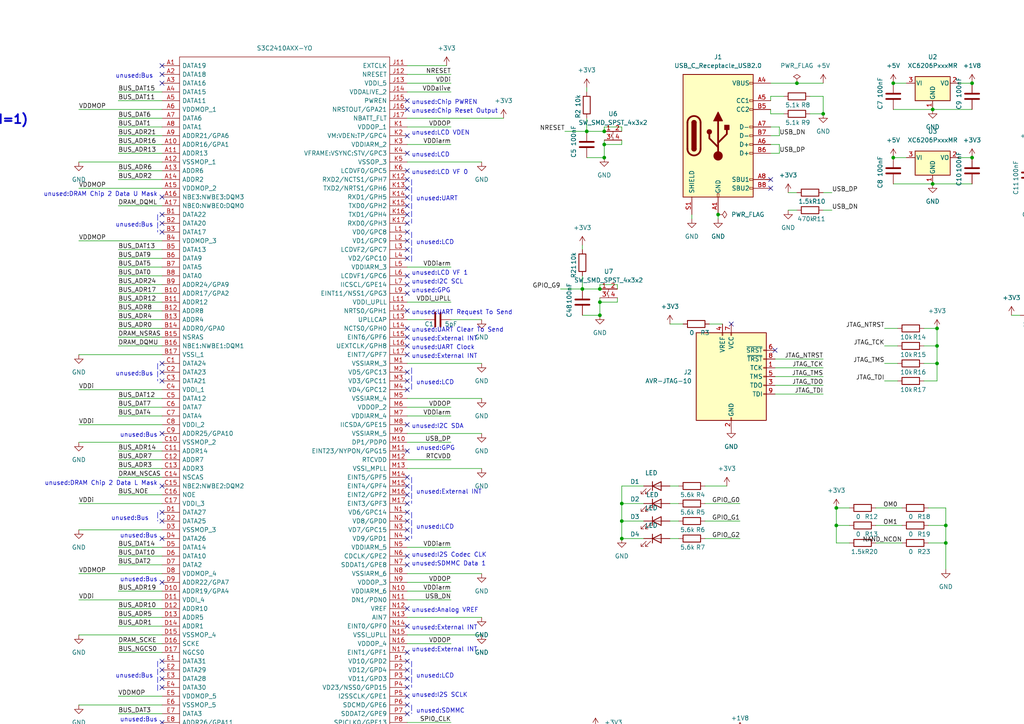
<source format=kicad_sch>
(kicad_sch (version 20211123) (generator eeschema)
  (paper "A4")
  (junction (at 403.86 88.9))
  (junction (at 214.63 283.21))
  (junction (at 173.99 91.44))
  (junction (at 242.57 147.32))
  (junction (at 207.01 270.51))
  (junction (at 207.01 321.31))
  (junction (at 170.18 38.1))
  (junction (at 281.94 45.72))
  (junction (at 172.72 295.91))
  (junction (at 175.26 41.91))
  (junction (at 172.72 238.76))
  (junction (at 173.99 87.63))
  (junction (at 27.94 388.62))
  (junction (at 172.72 245.11))
  (junction (at 165.1 251.46))
  (junction (at 139.7 313.69))
  (junction (at 214.63 264.16))
  (junction (at 22.86 339.09))
  (junction (at 207.01 264.16))
  (junction (at 207.01 245.11))
  (junction (at 172.72 270.51))
  (junction (at 271.78 105.41))
  (junction (at 214.63 314.96))
  (junction (at 274.32 157.48))
  (junction (at 168.91 83.82))
  (junction (at 242.57 152.4))
  (junction (at 180.34 151.13))
  (junction (at 180.34 156.21))
  (junction (at 259.08 45.72))
  (junction (at 165.1 245.11))
  (junction (at 214.63 276.86))
  (junction (at 172.72 251.46))
  (junction (at 22.86 255.27))
  (junction (at 172.72 302.26))
  (junction (at 22.86 260.35))
  (junction (at 165.1 289.56))
  (junction (at 165.1 257.81))
  (junction (at 207.01 251.46))
  (junction (at 175.26 45.72))
  (junction (at 207.01 327.66))
  (junction (at 22.86 262.89))
  (junction (at 270.51 31.75))
  (junction (at 165.1 270.51))
  (junction (at 259.08 24.13))
  (junction (at 270.51 53.34))
  (junction (at 214.63 238.76))
  (junction (at 207.01 302.26))
  (junction (at 172.72 257.81))
  (junction (at 214.63 321.31))
  (junction (at 214.63 289.56))
  (junction (at 139.7 318.77))
  (junction (at 238.76 33.02))
  (junction (at 271.78 100.33))
  (junction (at 214.63 270.51))
  (junction (at 22.86 245.11))
  (junction (at 207.01 276.86))
  (junction (at 172.72 264.16))
  (junction (at 207.01 257.81))
  (junction (at 214.63 251.46))
  (junction (at 165.1 283.21))
  (junction (at 207.01 289.56))
  (junction (at 139.7 316.23))
  (junction (at 304.8 48.26))
  (junction (at 172.72 289.56))
  (junction (at 22.86 247.65))
  (junction (at 165.1 308.61))
  (junction (at 132.08 361.95))
  (junction (at 207.01 283.21))
  (junction (at 172.72 283.21))
  (junction (at 175.26 38.1))
  (junction (at 214.63 295.91))
  (junction (at 207.01 308.61))
  (junction (at 139.7 311.15))
  (junction (at 165.1 264.16))
  (junction (at 412.75 118.11))
  (junction (at 281.94 24.13))
  (junction (at 22.86 252.73))
  (junction (at 214.63 257.81))
  (junction (at 207.01 295.91))
  (junction (at 271.78 95.25))
  (junction (at 173.99 83.82))
  (junction (at 165.1 295.91))
  (junction (at 231.14 24.13))
  (junction (at 214.63 245.11))
  (junction (at 326.39 113.03))
  (junction (at 207.01 314.96))
  (junction (at 214.63 308.61))
  (junction (at 214.63 302.26))
  (junction (at 274.32 152.4))
  (junction (at 208.28 62.23))
  (junction (at 165.1 302.26))
  (junction (at 180.34 146.05))
  (junction (at 139.7 273.05))
  (junction (at 165.1 276.86))
  (junction (at 172.72 276.86))
  (no_connect (at 46.99 151.13))
  (no_connect (at 118.11 250.19))
  (no_connect (at 118.11 80.01))
  (no_connect (at 46.99 67.31))
  (no_connect (at 118.11 262.89))
  (no_connect (at 224.79 101.6))
  (no_connect (at 46.99 168.91))
  (no_connect (at 118.11 54.61))
  (no_connect (at 118.11 59.69))
  (no_connect (at 118.11 255.27))
  (no_connect (at 118.11 85.09))
  (no_connect (at 46.99 270.51))
  (no_connect (at 118.11 138.43))
  (no_connect (at 118.11 29.21))
  (no_connect (at 46.99 64.77))
  (no_connect (at 118.11 214.63))
  (no_connect (at 118.11 140.97))
  (no_connect (at 118.11 90.17))
  (no_connect (at 118.11 260.35))
  (no_connect (at 118.11 222.25))
  (no_connect (at 118.11 290.83))
  (no_connect (at 46.99 283.21))
  (no_connect (at 46.99 323.85))
  (no_connect (at 118.11 163.83))
  (no_connect (at 118.11 82.55))
  (no_connect (at 46.99 62.23))
  (no_connect (at 46.99 224.79))
  (no_connect (at 46.99 359.41))
  (no_connect (at 118.11 64.77))
  (no_connect (at 118.11 97.79))
  (no_connect (at 118.11 31.75))
  (no_connect (at 46.99 199.39))
  (no_connect (at 46.99 24.13))
  (no_connect (at 46.99 191.77))
  (no_connect (at 46.99 110.49))
  (no_connect (at 46.99 148.59))
  (no_connect (at 118.11 349.25))
  (no_connect (at 118.11 247.65))
  (no_connect (at 46.99 156.21))
  (no_connect (at 46.99 125.73))
  (no_connect (at 46.99 237.49))
  (no_connect (at 118.11 143.51))
  (no_connect (at 223.52 54.61))
  (no_connect (at 223.52 52.07))
  (no_connect (at 118.11 341.63))
  (no_connect (at 118.11 130.81))
  (no_connect (at 118.11 344.17))
  (no_connect (at 118.11 212.09))
  (no_connect (at 46.99 140.97))
  (no_connect (at 118.11 201.93))
  (no_connect (at 118.11 334.01))
  (no_connect (at 46.99 288.29))
  (no_connect (at 46.99 278.13))
  (no_connect (at 118.11 161.29))
  (no_connect (at 46.99 194.31))
  (no_connect (at 46.99 229.87))
  (no_connect (at 118.11 189.23))
  (no_connect (at 118.11 123.19))
  (no_connect (at 118.11 207.01))
  (no_connect (at 46.99 354.33))
  (no_connect (at 118.11 62.23))
  (no_connect (at 46.99 318.77))
  (no_connect (at 46.99 285.75))
  (no_connect (at 118.11 275.59))
  (no_connect (at 118.11 288.29))
  (no_connect (at 46.99 105.41))
  (no_connect (at 339.09 255.27))
  (no_connect (at 118.11 39.37))
  (no_connect (at 46.99 107.95))
  (no_connect (at 118.11 204.47))
  (no_connect (at 118.11 181.61))
  (no_connect (at 118.11 49.53))
  (no_connect (at 46.99 349.25))
  (no_connect (at 118.11 242.57))
  (no_connect (at 118.11 240.03))
  (no_connect (at 118.11 237.49))
  (no_connect (at 118.11 323.85))
  (no_connect (at 118.11 321.31))
  (no_connect (at 118.11 326.39))
  (no_connect (at 118.11 278.13))
  (no_connect (at 118.11 283.21))
  (no_connect (at 118.11 280.67))
  (no_connect (at 118.11 285.75))
  (no_connect (at 118.11 199.39))
  (no_connect (at 118.11 196.85))
  (no_connect (at 118.11 191.77))
  (no_connect (at 118.11 194.31))
  (no_connect (at 118.11 44.45))
  (no_connect (at 118.11 156.21))
  (no_connect (at 118.11 153.67))
  (no_connect (at 118.11 151.13))
  (no_connect (at 118.11 113.03))
  (no_connect (at 118.11 110.49))
  (no_connect (at 118.11 107.95))
  (no_connect (at 118.11 148.59))
  (no_connect (at 118.11 146.05))
  (no_connect (at 118.11 72.39))
  (no_connect (at 118.11 69.85))
  (no_connect (at 118.11 67.31))
  (no_connect (at 118.11 74.93))
  (no_connect (at 46.99 275.59))
  (no_connect (at 46.99 280.67))
  (no_connect (at 46.99 232.41))
  (no_connect (at 118.11 331.47))
  (no_connect (at 118.11 102.87))
  (no_connect (at 46.99 196.85))
  (no_connect (at 118.11 100.33))
  (no_connect (at 118.11 95.25))
  (no_connect (at 46.99 57.15))
  (no_connect (at 46.99 19.05))
  (no_connect (at 46.99 21.59))
  (no_connect (at 46.99 321.31))
  (no_connect (at 118.11 57.15))
  (no_connect (at 212.09 93.98))
  (no_connect (at 118.11 306.07))
  (no_connect (at 46.99 242.57))
  (no_connect (at 46.99 234.95))
  (no_connect (at 46.99 267.97))
  (no_connect (at 46.99 209.55))
  (no_connect (at 118.11 257.81))
  (no_connect (at 118.11 176.53))
  (no_connect (at 118.11 52.07))
  (wire (pts (xy 34.29 227.33) (xy 46.99 227.33)))
  (wire (pts (xy 34.29 250.19) (xy 46.99 250.19)))
  (wire (pts (xy 223.52 29.21) (xy 223.52 27.94)))
  (wire (pts (xy 360.68 256.54) (xy 360.68 259.08)))
  (wire (pts (xy 22.86 184.15) (xy 46.99 184.15)))
  (wire (pts (xy 34.29 80.01) (xy 46.99 80.01)))
  (wire (pts (xy 238.76 27.94) (xy 238.76 33.02)))
  (polyline (pts (xy 119.38 247.65) (xy 119.38 250.19)))
  (wire (pts (xy 207.01 276.86) (xy 207.01 283.21)))
  (wire (pts (xy 267.97 95.25) (xy 271.78 95.25)))
  (wire (pts (xy 34.29 34.29) (xy 46.99 34.29)))
  (wire (pts (xy 22.86 54.61) (xy 46.99 54.61)))
  (wire (pts (xy 139.7 270.51) (xy 139.7 273.05)))
  (wire (pts (xy 241.3 260.35) (xy 257.81 260.35)))
  (wire (pts (xy 256.54 95.25) (xy 260.35 95.25)))
  (wire (pts (xy 208.28 63.5) (xy 208.28 62.23)))
  (wire (pts (xy 118.11 46.99) (xy 139.7 46.99)))
  (polyline (pts (xy 119.38 204.47) (xy 119.38 207.01)))
  (wire (pts (xy 118.11 125.73) (xy 139.7 125.73)))
  (wire (pts (xy 332.74 123.19) (xy 347.98 123.19)))
  (wire (pts (xy 397.51 50.8) (xy 381 50.8)))
  (wire (pts (xy 165.1 308.61) (xy 165.1 317.5)))
  (wire (pts (xy 392.43 93.98) (xy 396.24 93.98)))
  (wire (pts (xy 22.86 69.85) (xy 46.99 69.85)))
  (wire (pts (xy 242.57 152.4) (xy 246.38 152.4)))
  (wire (pts (xy 34.29 176.53) (xy 46.99 176.53)))
  (wire (pts (xy 34.29 290.83) (xy 46.99 290.83)))
  (wire (pts (xy 172.72 347.98) (xy 185.42 347.98)))
  (wire (pts (xy 270.51 53.34) (xy 281.94 53.34)))
  (wire (pts (xy 118.11 313.69) (xy 139.7 313.69)))
  (wire (pts (xy 259.08 45.72) (xy 262.89 45.72)))
  (wire (pts (xy 339.09 240.03) (xy 351.79 240.03)))
  (wire (pts (xy 118.11 245.11) (xy 139.7 245.11)))
  (wire (pts (xy 173.99 82.55) (xy 173.99 83.82)))
  (wire (pts (xy 397.4255 63.5) (xy 381 63.5)))
  (wire (pts (xy 214.63 295.91) (xy 214.63 302.26)))
  (wire (pts (xy 397.51 27.94) (xy 381 27.94)))
  (wire (pts (xy 172.72 238.76) (xy 172.72 245.11)))
  (polyline (pts (xy 119.38 278.13) (xy 119.38 285.75)))
  (wire (pts (xy 427.99 115.57) (xy 427.99 118.11)))
  (wire (pts (xy 34.29 133.35) (xy 46.99 133.35)))
  (wire (pts (xy 393.7 151.13) (xy 408.94 151.13)))
  (wire (pts (xy 168.91 80.01) (xy 168.91 83.82)))
  (wire (pts (xy 207.01 302.26) (xy 207.01 308.61)))
  (wire (pts (xy 381 73.66) (xy 401.32 73.66)))
  (wire (pts (xy 241.3 275.59) (xy 257.81 275.59)))
  (wire (pts (xy 246.38 233.68) (xy 246.38 236.22)))
  (wire (pts (xy 172.72 355.6) (xy 184.15 355.6)))
  (wire (pts (xy 34.29 346.71) (xy 46.99 346.71)))
  (wire (pts (xy 325.12 53.34) (xy 304.8 53.34)))
  (wire (pts (xy 332.74 143.51) (xy 347.98 143.51)))
  (wire (pts (xy 175.26 36.83) (xy 175.26 38.1)))
  (wire (pts (xy 180.34 146.05) (xy 180.34 151.13)))
  (wire (pts (xy 332.74 166.37) (xy 347.98 166.37)))
  (wire (pts (xy 397.4255 68.58) (xy 381 68.58)))
  (wire (pts (xy 118.11 171.45) (xy 130.81 171.45)))
  (wire (pts (xy 412.75 27.94) (xy 412.75 30.48)))
  (wire (pts (xy 172.72 245.11) (xy 172.72 251.46)))
  (wire (pts (xy 207.01 314.96) (xy 207.01 321.31)))
  (wire (pts (xy 172.72 353.06) (xy 184.15 353.06)))
  (wire (pts (xy 326.39 125.73) (xy 347.98 125.73)))
  (wire (pts (xy 118.11 356.87) (xy 132.08 356.87)))
  (wire (pts (xy 172.72 264.16) (xy 172.72 270.51)))
  (wire (pts (xy 397.51 55.88) (xy 381 55.88)))
  (wire (pts (xy 22.86 173.99) (xy 46.99 173.99)))
  (wire (pts (xy 118.11 184.15) (xy 139.7 184.15)))
  (wire (pts (xy 172.72 257.81) (xy 172.72 264.16)))
  (wire (pts (xy 34.29 308.61) (xy 46.99 308.61)))
  (wire (pts (xy 393.7 120.65) (xy 408.94 120.65)))
  (wire (pts (xy 34.29 313.69) (xy 46.99 313.69)))
  (wire (pts (xy 22.86 260.35) (xy 22.86 262.89)))
  (wire (pts (xy 179.07 87.63) (xy 173.99 87.63)))
  (wire (pts (xy 118.11 351.79) (xy 132.08 351.79)))
  (wire (pts (xy 339.09 245.11) (xy 351.79 245.11)))
  (wire (pts (xy 339.09 275.59) (xy 351.79 275.59)))
  (wire (pts (xy 172.72 365.76) (xy 175.26 365.76)))
  (wire (pts (xy 118.11 224.79) (xy 130.81 224.79)))
  (wire (pts (xy 118.11 295.91) (xy 132.08 295.91)))
  (wire (pts (xy 308.61 40.64) (xy 325.12 40.64)))
  (wire (pts (xy 223.52 31.75) (xy 223.52 33.02)))
  (wire (pts (xy 34.29 171.45) (xy 46.99 171.45)))
  (wire (pts (xy 339.09 257.81) (xy 351.79 257.81)))
  (wire (pts (xy 34.29 181.61) (xy 46.99 181.61)))
  (wire (pts (xy 118.11 158.75) (xy 130.81 158.75)))
  (wire (pts (xy 392.43 88.9) (xy 396.24 88.9)))
  (wire (pts (xy 172.72 360.68) (xy 184.15 360.68)))
  (wire (pts (xy 118.11 186.69) (xy 130.81 186.69)))
  (wire (pts (xy 118.11 328.93) (xy 139.7 328.93)))
  (wire (pts (xy 34.29 212.09) (xy 46.99 212.09)))
  (wire (pts (xy 118.11 252.73) (xy 130.81 252.73)))
  (wire (pts (xy 180.34 156.21) (xy 186.69 156.21)))
  (wire (pts (xy 397.4255 78.74) (xy 381 78.74)))
  (wire (pts (xy 34.29 163.83) (xy 46.99 163.83)))
  (wire (pts (xy 397.4255 33.02) (xy 381 33.02)))
  (wire (pts (xy 34.29 336.55) (xy 46.99 336.55)))
  (wire (pts (xy 22.86 339.09) (xy 22.86 334.01)))
  (wire (pts (xy 403.86 88.9) (xy 407.67 88.9)))
  (wire (pts (xy 269.24 147.32) (xy 274.32 147.32)))
  (wire (pts (xy 412.75 113.03) (xy 412.75 118.11)))
  (wire (pts (xy 22.86 316.23) (xy 46.99 316.23)))
  (wire (pts (xy 118.11 354.33) (xy 138.43 354.33)))
  (wire (pts (xy 207.01 270.51) (xy 207.01 276.86)))
  (wire (pts (xy 118.11 217.17) (xy 130.81 217.17)))
  (wire (pts (xy 365.76 189.23) (xy 368.3 189.23)))
  (wire (pts (xy 245.11 245.11) (xy 257.81 245.11)))
  (wire (pts (xy 22.86 247.65) (xy 22.86 245.11)))
  (wire (pts (xy 308.61 76.2) (xy 325.12 76.2)))
  (wire (pts (xy 22.86 255.27) (xy 46.99 255.27)))
  (wire (pts (xy 180.34 36.83) (xy 175.26 36.83)))
  (wire (pts (xy 427.99 142.24) (xy 427.99 144.78)))
  (wire (pts (xy 118.11 115.57) (xy 139.7 115.57)))
  (wire (pts (xy 172.72 345.44) (xy 181.61 345.44)))
  (wire (pts (xy 393.7 135.89) (xy 408.94 135.89)))
  (wire (pts (xy 223.52 39.37) (xy 226.06 39.37)))
  (wire (pts (xy 214.63 283.21) (xy 214.63 289.56)))
  (wire (pts (xy 397.51 71.12) (xy 381 71.12)))
  (wire (pts (xy 22.86 146.05) (xy 46.99 146.05)))
  (wire (pts (xy 381 25.4) (xy 401.32 25.4)))
  (wire (pts (xy 308.61 68.58) (xy 325.12 68.58)))
  (polyline (pts (xy 119.38 148.59) (xy 119.38 156.21)))
  (wire (pts (xy 22.86 166.37) (xy 46.99 166.37)))
  (wire (pts (xy 118.11 24.13) (xy 130.81 24.13)))
  (wire (pts (xy 22.86 255.27) (xy 22.86 252.73)))
  (wire (pts (xy 172.72 210.82) (xy 172.72 238.76)))
  (wire (pts (xy 317.5 161.29) (xy 317.5 163.83)))
  (polyline (pts (xy 119.38 67.31) (xy 119.38 76.2)))
  (wire (pts (xy 308.61 35.56) (xy 325.12 35.56)))
  (wire (pts (xy 293.37 91.44) (xy 295.91 91.44)))
  (wire (pts (xy 22.86 240.03) (xy 46.99 240.03)))
  (wire (pts (xy 170.18 25.4) (xy 170.18 26.67)))
  (wire (pts (xy 393.7 176.53) (xy 408.94 176.53)))
  (wire (pts (xy 118.11 219.71) (xy 139.7 219.71)))
  (wire (pts (xy 412.75 64.77) (xy 412.75 67.31)))
  (wire (pts (xy 168.91 83.82) (xy 173.99 83.82)))
  (wire (pts (xy 118.11 298.45) (xy 139.7 298.45)))
  (wire (pts (xy 278.13 45.72) (xy 281.94 45.72)))
  (wire (pts (xy 245.11 267.97) (xy 257.81 267.97)))
  (wire (pts (xy 165.1 283.21) (xy 165.1 289.56)))
  (wire (pts (xy 118.11 232.41) (xy 130.81 232.41)))
  (wire (pts (xy 34.29 331.47) (xy 46.99 331.47)))
  (wire (pts (xy 34.29 90.17) (xy 46.99 90.17)))
  (wire (pts (xy 246.38 223.52) (xy 246.38 226.06)))
  (wire (pts (xy 118.11 41.91) (xy 130.81 41.91)))
  (wire (pts (xy 397.51 60.96) (xy 381 60.96)))
  (polyline (pts (xy 45.72 191.77) (xy 45.72 200.66)))
  (wire (pts (xy 34.29 138.43) (xy 46.99 138.43)))
  (wire (pts (xy 207.01 295.91) (xy 207.01 302.26)))
  (wire (pts (xy 34.29 41.91) (xy 46.99 41.91)))
  (wire (pts (xy 118.11 77.47) (xy 130.81 77.47)))
  (wire (pts (xy 34.29 100.33) (xy 46.99 100.33)))
  (polyline (pts (xy 119.38 138.43) (xy 119.38 146.05)))
  (wire (pts (xy 375.92 189.23) (xy 378.46 189.23)))
  (wire (pts (xy 180.34 41.91) (xy 175.26 41.91)))
  (wire (pts (xy 34.29 303.53) (xy 46.99 303.53)))
  (wire (pts (xy 34.29 49.53) (xy 46.99 49.53)))
  (wire (pts (xy 34.29 186.69) (xy 46.99 186.69)))
  (wire (pts (xy 311.15 91.44) (xy 318.77 91.44)))
  (polyline (pts (xy 45.72 231.14) (xy 45.72 232.41)))
  (wire (pts (xy 231.14 24.13) (xy 238.76 24.13)))
  (wire (pts (xy 308.61 135.89) (xy 308.61 138.43)))
  (wire (pts (xy 393.7 171.45) (xy 408.94 171.45)))
  (polyline (pts (xy 119.38 237.49) (xy 119.38 243.84)))
  (wire (pts (xy 34.29 87.63) (xy 46.99 87.63)))
  (wire (pts (xy 118.11 118.11) (xy 130.81 118.11)))
  (wire (pts (xy 22.86 247.65) (xy 46.99 247.65)))
  (wire (pts (xy 256.54 105.41) (xy 260.35 105.41)))
  (wire (pts (xy 194.31 146.05) (xy 196.85 146.05)))
  (wire (pts (xy 207.01 264.16) (xy 207.01 270.51)))
  (wire (pts (xy 118.11 293.37) (xy 132.08 293.37)))
  (polyline (pts (xy 45.72 234.95) (xy 45.72 237.49)))
  (wire (pts (xy 165.1 264.16) (xy 165.1 270.51)))
  (wire (pts (xy 163.83 38.1) (xy 170.18 38.1)))
  (wire (pts (xy 34.29 97.79) (xy 46.99 97.79)))
  (wire (pts (xy 214.63 238.76) (xy 214.63 245.11)))
  (wire (pts (xy 34.29 92.71) (xy 46.99 92.71)))
  (wire (pts (xy 180.34 140.97) (xy 180.34 146.05)))
  (wire (pts (xy 298.45 54.61) (xy 298.45 57.15)))
  (polyline (pts (xy 45.72 105.41) (xy 45.72 110.49)))
  (wire (pts (xy 214.63 212.09) (xy 214.63 238.76)))
  (wire (pts (xy 118.11 135.89) (xy 139.7 135.89)))
  (wire (pts (xy 256.54 110.49) (xy 260.35 110.49)))
  (wire (pts (xy 179.07 83.82) (xy 179.07 82.55)))
  (wire (pts (xy 403.86 88.9) (xy 403.86 93.98)))
  (wire (pts (xy 22.86 252.73) (xy 46.99 252.73)))
  (wire (pts (xy 308.61 71.12) (xy 325.12 71.12)))
  (wire (pts (xy 332.74 138.43) (xy 347.98 138.43)))
  (wire (pts (xy 34.29 52.07) (xy 46.99 52.07)))
  (wire (pts (xy 118.11 308.61) (xy 139.7 308.61)))
  (wire (pts (xy 22.86 123.19) (xy 46.99 123.19)))
  (wire (pts (xy 27.94 388.62) (xy 27.94 381)))
  (wire (pts (xy 427.99 125.73) (xy 427.99 128.27)))
  (wire (pts (xy 34.29 361.95) (xy 46.99 361.95)))
  (wire (pts (xy 332.74 163.83) (xy 347.98 163.83)))
  (wire (pts (xy 118.11 303.53) (xy 132.08 303.53)))
  (polyline (pts (xy 119.38 191.77) (xy 119.38 199.39)))
  (wire (pts (xy 118.11 92.71) (xy 123.19 92.71)))
  (wire (pts (xy 332.74 115.57) (xy 347.98 115.57)))
  (wire (pts (xy 204.47 156.21) (xy 214.63 156.21)))
  (polyline (pts (xy 119.38 321.31) (xy 119.38 326.39)))
  (wire (pts (xy 22.86 339.09) (xy 46.99 339.09)))
  (wire (pts (xy 393.7 146.05) (xy 412.75 146.05)))
  (wire (pts (xy 22.86 245.11) (xy 46.99 245.11)))
  (wire (pts (xy 397.51 76.2) (xy 381 76.2)))
  (wire (pts (xy 259.08 53.34) (xy 270.51 53.34)))
  (wire (pts (xy 214.63 314.96) (xy 214.63 321.31)))
  (wire (pts (xy 34.29 115.57) (xy 46.99 115.57)))
  (wire (pts (xy 238.76 60.96) (xy 241.3 60.96)))
  (polyline (pts (xy 119.38 212.09) (xy 119.38 214.63)))
  (wire (pts (xy 397.51 53.34) (xy 381 53.34)))
  (wire (pts (xy 118.11 26.67) (xy 130.81 26.67)))
  (wire (pts (xy 130.81 92.71) (xy 139.7 92.71)))
  (wire (pts (xy 34.29 293.37) (xy 46.99 293.37)))
  (wire (pts (xy 118.11 209.55) (xy 130.81 209.55)))
  (wire (pts (xy 393.7 173.99) (xy 408.94 173.99)))
  (wire (pts (xy 393.7 113.03) (xy 412.75 113.03)))
  (wire (pts (xy 181.61 345.44) (xy 181.61 342.9)))
  (wire (pts (xy 180.34 146.05) (xy 186.69 146.05)))
  (wire (pts (xy 267.97 105.41) (xy 271.78 105.41)))
  (wire (pts (xy 339.09 260.35) (xy 351.79 260.35)))
  (wire (pts (xy 271.78 110.49) (xy 271.78 105.41)))
  (wire (pts (xy 34.29 356.87) (xy 46.99 356.87)))
  (wire (pts (xy 34.29 161.29) (xy 46.99 161.29)))
  (wire (pts (xy 332.74 120.65) (xy 347.98 120.65)))
  (wire (pts (xy 397.4255 58.42) (xy 381 58.42)))
  (wire (pts (xy 172.72 342.9) (xy 177.8 342.9)))
  (wire (pts (xy 34.29 273.05) (xy 46.99 273.05)))
  (wire (pts (xy 194.31 156.21) (xy 196.85 156.21)))
  (wire (pts (xy 118.11 166.37) (xy 139.7 166.37)))
  (wire (pts (xy 223.52 33.02) (xy 227.33 33.02)))
  (wire (pts (xy 298.45 44.45) (xy 298.45 46.99)))
  (wire (pts (xy 34.29 217.17) (xy 46.99 217.17)))
  (wire (pts (xy 256.54 100.33) (xy 260.35 100.33)))
  (wire (pts (xy 278.13 24.13) (xy 281.94 24.13)))
  (wire (pts (xy 34.29 118.11) (xy 46.99 118.11)))
  (wire (pts (xy 180.34 151.13) (xy 180.34 156.21)))
  (polyline (pts (xy 119.38 254) (xy 119.38 260.35)))
  (wire (pts (xy 194.31 140.97) (xy 196.85 140.97)))
  (wire (pts (xy 34.29 135.89) (xy 46.99 135.89)))
  (wire (pts (xy 245.11 273.05) (xy 257.81 273.05)))
  (wire (pts (xy 173.99 91.44) (xy 173.99 87.63)))
  (wire (pts (xy 393.7 166.37) (xy 408.94 166.37)))
  (wire (pts (xy 234.95 33.02) (xy 238.76 33.02)))
  (wire (pts (xy 162.56 83.82) (xy 168.91 83.82)))
  (wire (pts (xy 397.51 20.32) (xy 381 20.32)))
  (wire (pts (xy 118.11 346.71) (xy 132.08 346.71)))
  (wire (pts (xy 34.29 257.81) (xy 46.99 257.81)))
  (wire (pts (xy 205.74 93.98) (xy 209.55 93.98)))
  (wire (pts (xy 118.11 339.09) (xy 132.08 339.09)))
  (wire (pts (xy 118.11 87.63) (xy 130.81 87.63)))
  (wire (pts (xy 339.09 278.13) (xy 351.79 278.13)))
  (wire (pts (xy 254 157.48) (xy 261.62 157.48)))
  (wire (pts (xy 34.29 158.75) (xy 46.99 158.75)))
  (wire (pts (xy 214.63 264.16) (xy 214.63 270.51)))
  (wire (pts (xy 130.81 21.59) (xy 118.11 21.59)))
  (wire (pts (xy 22.86 295.91) (xy 46.99 295.91)))
  (wire (pts (xy 259.08 31.75) (xy 270.51 31.75)))
  (wire (pts (xy 339.09 242.57) (xy 351.79 242.57)))
  (wire (pts (xy 172.72 358.14) (xy 184.15 358.14)))
  (polyline (pts (xy 45.72 148.59) (xy 45.72 151.13)))
  (wire (pts (xy 214.63 270.51) (xy 214.63 276.86)))
  (wire (pts (xy 34.29 82.55) (xy 46.99 82.55)))
  (wire (pts (xy 242.57 147.32) (xy 242.57 152.4)))
  (wire (pts (xy 397.51 35.56) (xy 381 35.56)))
  (wire (pts (xy 308.61 55.88) (xy 325.12 55.88)))
  (wire (pts (xy 270.51 31.75) (xy 281.94 31.75)))
  (wire (pts (xy 326.39 140.97) (xy 347.98 140.97)))
  (wire (pts (xy 393.7 168.91) (xy 408.94 168.91)))
  (wire (pts (xy 393.7 130.81) (xy 408.94 130.81)))
  (wire (pts (xy 118.11 105.41) (xy 139.7 105.41)))
  (wire (pts (xy 46.99 262.89) (xy 22.86 262.89)))
  (wire (pts (xy 393.7 161.29) (xy 408.94 161.29)))
  (wire (pts (xy 304.8 53.34) (xy 304.8 48.26)))
  (wire (pts (xy 34.29 298.45) (xy 46.99 298.45)))
  (wire (pts (xy 223.52 27.94) (xy 227.33 27.94)))
  (wire (pts (xy 207.01 257.81) (xy 207.01 264.16)))
  (wire (pts (xy 118.11 227.33) (xy 130.81 227.33)))
  (wire (pts (xy 254 152.4) (xy 261.62 152.4)))
  (wire (pts (xy 214.63 321.31) (xy 214.63 327.66)))
  (wire (pts (xy 332.74 173.99) (xy 347.98 173.99)))
  (wire (pts (xy 223.52 41.91) (xy 226.06 41.91)))
  (wire (pts (xy 118.11 179.07) (xy 139.7 179.07)))
  (wire (pts (xy 393.7 143.51) (xy 408.94 143.51)))
  (wire (pts (xy 224.79 109.22) (xy 238.76 109.22)))
  (wire (pts (xy 214.63 257.81) (xy 214.63 264.16)))
  (wire (pts (xy 34.29 326.39) (xy 46.99 326.39)))
  (polyline (pts (xy 45.72 318.77) (xy 45.72 323.85)))
  (wire (pts (xy 381 38.1) (xy 397.51 38.1)))
  (wire (pts (xy 200.66 63.5) (xy 200.66 62.23)))
  (wire (pts (xy 321.31 133.35) (xy 347.98 133.35)))
  (wire (pts (xy 308.61 146.05) (xy 308.61 148.59)))
  (wire (pts (xy 381 22.86) (xy 401.32 22.86)))
  (wire (pts (xy 269.24 157.48) (xy 274.32 157.48)))
  (wire (pts (xy 332.74 151.13) (xy 347.98 151.13)))
  (wire (pts (xy 397.51 45.72) (xy 381 45.72)))
  (wire (pts (xy 173.99 87.63) (xy 173.99 86.36)))
  (wire (pts (xy 339.09 273.05) (xy 351.79 273.05)))
  (wire (pts (xy 267.97 110.49) (xy 271.78 110.49)))
  (wire (pts (xy 172.72 302.26) (xy 172.72 308.61)))
  (wire (pts (xy 332.74 153.67) (xy 347.98 153.67)))
  (wire (pts (xy 397.51 40.64) (xy 381 40.64)))
  (wire (pts (xy 393.7 115.57) (xy 408.94 115.57)))
  (wire (pts (xy 165.1 257.81) (xy 165.1 264.16)))
  (wire (pts (xy 274.32 147.32) (xy 274.32 152.4)))
  (wire (pts (xy 271.78 105.41) (xy 271.78 100.33)))
  (wire (pts (xy 118.11 120.65) (xy 130.81 120.65)))
  (wire (pts (xy 165.1 251.46) (xy 165.1 257.81)))
  (wire (pts (xy 360.68 266.7) (xy 360.68 269.24)))
  (wire (pts (xy 139.7 316.23) (xy 139.7 318.77)))
  (wire (pts (xy 22.86 128.27) (xy 46.99 128.27)))
  (wire (pts (xy 34.29 265.43) (xy 46.99 265.43)))
  (wire (pts (xy 34.29 26.67) (xy 46.99 26.67)))
  (wire (pts (xy 308.61 38.1) (xy 325.12 38.1)))
  (wire (pts (xy 228.6 60.96) (xy 231.14 60.96)))
  (wire (pts (xy 118.11 229.87) (xy 139.7 229.87)))
  (wire (pts (xy 308.61 25.4) (xy 325.12 25.4)))
  (wire (pts (xy 179.07 82.55) (xy 173.99 82.55)))
  (wire (pts (xy 22.86 260.35) (xy 22.86 255.27)))
  (wire (pts (xy 223.52 24.13) (xy 231.14 24.13)))
  (wire (pts (xy 34.29 344.17) (xy 46.99 344.17)))
  (wire (pts (xy 214.63 276.86) (xy 214.63 283.21)))
  (wire (pts (xy 118.11 336.55) (xy 132.08 336.55)))
  (wire (pts (xy 308.61 30.48) (xy 325.12 30.48)))
  (wire (pts (xy 34.29 44.45) (xy 46.99 44.45)))
  (wire (pts (xy 332.74 161.29) (xy 347.98 161.29)))
  (wire (pts (xy 22.86 252.73) (xy 22.86 247.65)))
  (wire (pts (xy 317.5 128.27) (xy 317.5 130.81)))
  (wire (pts (xy 397.51 66.04) (xy 381 66.04)))
  (wire (pts (xy 194.31 151.13) (xy 196.85 151.13)))
  (wire (pts (xy 204.47 151.13) (xy 214.63 151.13)))
  (wire (pts (xy 308.61 58.42) (xy 325.12 58.42)))
  (wire (pts (xy 34.29 95.25) (xy 46.99 95.25)))
  (wire (pts (xy 22.86 31.75) (xy 46.99 31.75)))
  (wire (pts (xy 304.8 48.26) (xy 325.12 48.26)))
  (wire (pts (xy 381 48.26) (xy 401.32 48.26)))
  (wire (pts (xy 34.29 77.47) (xy 46.99 77.47)))
  (wire (pts (xy 224.79 114.3) (xy 238.76 114.3)))
  (wire (pts (xy 34.29 74.93) (xy 46.99 74.93)))
  (wire (pts (xy 223.52 36.83) (xy 226.06 36.83)))
  (wire (pts (xy 245.11 250.19) (xy 257.81 250.19)))
  (wire (pts (xy 214.63 245.11) (xy 214.63 251.46)))
  (wire (pts (xy 172.72 350.52) (xy 184.15 350.52)))
  (wire (pts (xy 242.57 152.4) (xy 242.57 157.48)))
  (wire (pts (xy 393.7 153.67) (xy 408.94 153.67)))
  (wire (pts (xy 139.7 313.69) (xy 139.7 316.23)))
  (wire (pts (xy 317.5 151.13) (xy 317.5 153.67)))
  (wire (pts (xy 234.95 27.94) (xy 238.76 27.94)))
  (wire (pts (xy 78.74 384.81) (xy 83.82 384.81)))
  (wire (pts (xy 172.72 276.86) (xy 172.72 283.21)))
  (wire (pts (xy 393.7 118.11) (xy 412.75 118.11)))
  (wire (pts (xy 165.1 295.91) (xy 165.1 302.26)))
  (wire (pts (xy 138.43 232.41) (xy 139.7 232.41)))
  (wire (pts (xy 172.72 283.21) (xy 172.72 289.56)))
  (wire (pts (xy 259.08 24.13) (xy 262.89 24.13)))
  (wire (pts (xy 332.74 158.75) (xy 347.98 158.75)))
  (wire (pts (xy 34.29 311.15) (xy 46.99 311.15)))
  (wire (pts (xy 332.74 176.53) (xy 347.98 176.53)))
  (wire (pts (xy 118.11 318.77) (xy 139.7 318.77)))
  (wire (pts (xy 22.86 153.67) (xy 46.99 153.67)))
  (wire (pts (xy 427.99 152.4) (xy 427.99 154.94)))
  (wire (pts (xy 308.61 66.04) (xy 325.12 66.04)))
  (wire (pts (xy 118.11 359.41) (xy 132.08 359.41)))
  (wire (pts (xy 118.11 234.95) (xy 130.81 234.95)))
  (wire (pts (xy 308.61 78.74) (xy 325.12 78.74)))
  (wire (pts (xy 91.44 384.81) (xy 97.79 384.81)))
  (wire (pts (xy 165.1 276.86) (xy 165.1 283.21)))
  (wire (pts (xy 308.61 50.8) (xy 325.12 50.8)))
  (wire (pts (xy 170.18 34.29) (xy 170.18 38.1)))
  (wire (pts (xy 27.94 388.62) (xy 34.29 388.62)))
  (wire (pts (xy 22.86 204.47) (xy 46.99 204.47)))
  (wire (pts (xy 34.29 59.69) (xy 46.99 59.69)))
  (polyline (pts (xy 119.38 331.47) (xy 119.38 334.01)))
  (wire (pts (xy 34.29 214.63) (xy 46.99 214.63)))
  (wire (pts (xy 180.34 151.13) (xy 186.69 151.13)))
  (wire (pts (xy 393.7 158.75) (xy 408.94 158.75)))
  (polyline (pts (xy 119.38 52.07) (xy 119.38 64.77)))
  (wire (pts (xy 180.34 38.1) (xy 180.34 36.83)))
  (wire (pts (xy 397.4255 30.48) (xy 381 30.48)))
  (wire (pts (xy 326.39 113.03) (xy 347.98 113.03)))
  (wire (pts (xy 34.29 341.63) (xy 46.99 341.63)))
  (wire (pts (xy 34.29 143.51) (xy 46.99 143.51)))
  (wire (pts (xy 118.11 173.99) (xy 130.81 173.99)))
  (wire (pts (xy 204.47 140.97) (xy 210.82 140.97)))
  (wire (pts (xy 34.29 189.23) (xy 46.99 189.23)))
  (wire (pts (xy 224.79 104.14) (xy 238.76 104.14)))
  (wire (pts (xy 172.72 289.56) (xy 172.72 295.91)))
  (wire (pts (xy 34.29 39.37) (xy 46.99 39.37)))
  (wire (pts (xy 393.7 179.07) (xy 408.94 179.07)))
  (wire (pts (xy 165.1 245.11) (xy 165.1 251.46)))
  (wire (pts (xy 245.11 247.65) (xy 257.81 247.65)))
  (wire (pts (xy 41.91 381) (xy 45.72 381)))
  (wire (pts (xy 179.07 86.36) (xy 179.07 87.63)))
  (wire (pts (xy 332.74 156.21) (xy 347.98 156.21)))
  (wire (pts (xy 241.3 257.81) (xy 257.81 257.81)))
  (wire (pts (xy 214.63 308.61) (xy 214.63 314.96)))
  (wire (pts (xy 412.75 54.61) (xy 412.75 57.15)))
  (wire (pts (xy 27.94 381) (xy 34.29 381)))
  (wire (pts (xy 214.63 302.26) (xy 214.63 308.61)))
  (wire (pts (xy 118.11 168.91) (xy 130.81 168.91)))
  (wire (pts (xy 245.11 270.51) (xy 257.81 270.51)))
  (wire (pts (xy 165.1 238.76) (xy 165.1 245.11)))
  (wire (pts (xy 170.18 38.1) (xy 175.26 38.1)))
  (wire (pts (xy 308.61 60.96) (xy 325.12 60.96)))
  (wire (pts (xy 207.01 251.46) (xy 207.01 257.81)))
  (wire (pts (xy 168.91 91.44) (xy 173.99 91.44)))
  (wire (pts (xy 393.7 140.97) (xy 417.83 140.97)))
  (wire (pts (xy 224.79 106.68) (xy 238.76 106.68)))
  (wire (pts (xy 332.74 171.45) (xy 347.98 171.45)))
  (wire (pts (xy 308.61 43.18) (xy 325.12 43.18)))
  (wire (pts (xy 118.11 19.05) (xy 129.54 19.05)))
  (wire (pts (xy 308.61 33.02) (xy 325.12 33.02)))
  (wire (pts (xy 339.09 247.65) (xy 351.79 247.65)))
  (wire (pts (xy 242.57 147.32) (xy 246.38 147.32)))
  (wire (pts (xy 242.57 157.48) (xy 246.38 157.48)))
  (wire (pts (xy 194.31 93.98) (xy 198.12 93.98)))
  (wire (pts (xy 118.11 361.95) (xy 132.08 361.95)))
  (wire (pts (xy 34.29 85.09) (xy 46.99 85.09)))
  (wire (pts (xy 204.47 146.05) (xy 214.63 146.05)))
  (wire (pts (xy 172.72 363.22) (xy 184.15 363.22)))
  (wire (pts (xy 238.76 55.88) (xy 241.3 55.88)))
  (wire (pts (xy 118.11 316.23) (xy 139.7 316.23)))
  (wire (pts (xy 118.11 133.35) (xy 130.81 133.35)))
  (wire (pts (xy 22.86 334.01) (xy 46.99 334.01)))
  (wire (pts (xy 339.09 270.51) (xy 351.79 270.51)))
  (wire (pts (xy 22.86 260.35) (xy 46.99 260.35)))
  (wire (pts (xy 165.1 270.51) (xy 165.1 276.86)))
  (wire (pts (xy 118.11 273.05) (xy 139.7 273.05)))
  (polyline (pts (xy 119.38 106.68) (xy 119.38 113.03)))
  (wire (pts (xy 34.29 328.93) (xy 46.99 328.93)))
  (wire (pts (xy 34.29 201.93) (xy 46.99 201.93)))
  (wire (pts (xy 223.52 44.45) (xy 226.06 44.45)))
  (wire (pts (xy 22.86 113.03) (xy 46.99 113.03)))
  (wire (pts (xy 308.61 20.32) (xy 325.12 20.32)))
  (wire (pts (xy 118.11 34.29) (xy 146.05 34.29)))
  (wire (pts (xy 308.61 22.86) (xy 325.12 22.86)))
  (polyline (pts (xy 45.72 283.21) (xy 45.72 285.75)))
  (wire (pts (xy 393.7 163.83) (xy 408.94 163.83)))
  (wire (pts (xy 118.11 128.27) (xy 130.81 128.27)))
  (wire (pts (xy 207.01 327.66) (xy 207.01 336.55)))
  (wire (pts (xy 34.29 120.65) (xy 46.99 120.65)))
  (wire (pts (xy 269.24 152.4) (xy 274.32 152.4)))
  (wire (pts (xy 214.63 251.46) (xy 214.63 257.81)))
  (wire (pts (xy 214.63 289.56) (xy 214.63 295.91)))
  (wire (pts (xy 132.08 359.41) (xy 132.08 361.95)))
  (wire (pts (xy 34.29 207.01) (xy 46.99 207.01)))
  (wire (pts (xy 393.7 128.27) (xy 408.94 128.27)))
  (wire (pts (xy 34.29 179.07) (xy 46.99 179.07)))
  (wire (pts (xy 332.74 148.59) (xy 347.98 148.59)))
  (wire (pts (xy 347.98 118.11) (xy 326.39 118.11)))
  (wire (pts (xy 207.01 289.56) (xy 207.01 295.91)))
  (wire (pts (xy 118.11 267.97) (xy 130.81 267.97)))
  (wire (pts (xy 308.61 45.72) (xy 325.12 45.72)))
  (wire (pts (xy 22.86 102.87) (xy 46.99 102.87)))
  (wire (pts (xy 172.72 295.91) (xy 172.72 302.26)))
  (wire (pts (xy 34.29 300.99) (xy 46.99 300.99)))
  (wire (pts (xy 172.72 251.46) (xy 172.72 257.81)))
  (wire (pts (xy 393.7 156.21) (xy 408.94 156.21)))
  (wire (pts (xy 393.7 125.73) (xy 417.83 125.73)))
  (wire (pts (xy 168.91 71.12) (xy 168.91 72.39)))
  (wire (pts (xy 332.74 168.91) (xy 347.98 168.91)))
  (wire (pts (xy 34.29 222.25) (xy 46.99 222.25)))
  (wire (pts (xy 274.32 157.48) (xy 274.32 152.4)))
  (wire (pts (xy 308.61 63.5) (xy 325.12 63.5)))
  (wire (pts (xy 224.79 111.76) (xy 238.76 111.76)))
  (wire (pts (xy 308.61 27.94) (xy 325.12 27.94)))
  (wire (pts (xy 207.01 238.76) (xy 207.01 245.11)))
  (wire (pts (xy 139.7 311.15) (xy 139.7 313.69)))
  (wire (pts (xy 34.29 29.21) (xy 46.99 29.21)))
  (wire (pts (xy 180.34 40.64) (xy 180.34 41.91)))
  (wire (pts (xy 165.1 289.56) (xy 165.1 295.91)))
  (wire (pts (xy 254 147.32) (xy 261.62 147.32)))
  (wire (pts (xy 393.7 133.35) (xy 412.75 133.35)))
  (wire (pts (xy 34.29 351.79) (xy 46.99 351.79)))
  (wire (pts (xy 397.4255 43.18) (xy 381 43.18)))
  (wire (pts (xy 118.11 270.51) (xy 139.7 270.51)))
  (wire (pts (xy 207.01 308.61) (xy 207.01 314.96)))
  (wire (pts (xy 332.74 135.89) (xy 347.98 135.89)))
  (wire (pts (xy 139.7 308.61) (xy 139.7 311.15)))
  (wire (pts (xy 308.61 73.66) (xy 325.12 73.66)))
  (wire (pts (xy 34.29 219.71) (xy 46.99 219.71)))
  (wire (pts (xy 327.66 179.07) (xy 347.98 179.07)))
  (wire (pts (xy 207.01 245.11) (xy 207.01 251.46)))
  (wire (pts (xy 175.26 41.91) (xy 175.26 40.64)))
  (wire (pts (xy 185.42 347.98) (xy 185.42 342.9)))
  (wire (pts (xy 165.1 302.26) (xy 165.1 308.61)))
  (wire (pts (xy 332.74 130.81) (xy 347.98 130.81)))
  (wire (pts (xy 22.86 245.11) (xy 22.86 240.03)))
  (wire (pts (xy 175.26 45.72) (xy 175.26 41.91)))
  (wire (pts (xy 118.11 311.15) (xy 139.7 311.15)))
  (wire (pts (xy 321.31 146.05) (xy 347.98 146.05)))
  (wire (pts (xy 274.32 165.1) (xy 274.32 157.48)))
  (wire (pts (xy 34.29 306.07) (xy 46.99 306.07)))
  (wire (pts (xy 226.06 41.91) (xy 226.06 44.45)))
  (wire (pts (xy 207.01 283.21) (xy 207.01 289.56)))
  (polyline (pts (xy 45.72 62.23) (xy 45.72 67.31)))
  (wire (pts (xy 22.86 46.99) (xy 46.99 46.99)))
  (wire (pts (xy 412.75 17.78) (xy 412.75 20.32)))
  (wire (pts (xy 207.01 321.31) (xy 207.01 327.66)))
  (wire (pts (xy 228.6 55.88) (xy 231.14 55.88)))
  (wire (pts (xy 332.74 128.27) (xy 347.98 128.27)))
  (wire (pts (xy 34.29 72.39) (xy 46.99 72.39)))
  (wire (pts (xy 326.39 118.11) (xy 326.39 113.03)))
  (wire (pts (xy 118.11 36.83) (xy 130.81 36.83)))
  (wire (pts (xy 267.97 100.33) (xy 271.78 100.33)))
  (wire (pts (xy 317.5 118.11) (xy 317.5 120.65)))
  (wire (pts (xy 172.72 270.51) (xy 172.72 276.86)))
  (wire (pts (xy 393.7 123.19) (xy 408.94 123.19)))
  (wire (pts (xy 41.91 388.62) (xy 45.72 388.62)))
  (wire (pts (xy 118.11 300.99) (xy 132.08 300.99)))
  (wire (pts (xy 226.06 36.83) (xy 226.06 39.37)))
  (wire (pts (xy 170.18 45.72) (xy 175.26 45.72)))
  (wire (pts (xy 34.29 130.81) (xy 46.99 130.81)))
  (wire (pts (xy 393.7 138.43) (xy 408.94 138.43)))
  (wire (pts (xy 186.69 140.97) (xy 180.34 140.97)))
  (wire (pts (xy 271.78 100.33) (xy 271.78 95.25)))
  (wire (pts (xy 34.29 36.83) (xy 46.99 36.83)))
  (wire (pts (xy 118.11 265.43) (xy 130.81 265.43)))
  (text "unused:DRAM Chip 2 Data U Mask" (at 45.72 57.15 180) (effects (font (size 1.27 1.27)) (justify right bottom)))
  (text "unused:DRAM Chip 2 Data L Mask" (at 45.72 140.97 180) (effects (font (size 1.27 1.27)) (justify right bottom)))
  (text "unused:Bus" (at 45.72 209.55 180) (effects (font (size 1.27 1.27)) (justify right bottom)))
  (text "unused:SDMMC Data 1\n\n" (at 119.38 166.37 0) (effects (font (size 1.27 1.27)) (justify left bottom)))
  (text "unused:TIMER/PWM Out 2" (at 45.72 243.84 180) (effects (font (size 1.27 1.27)) (justify right bottom)))
  (text "unused:I2S LRCK" (at 119.38 289.56 0) (effects (font (size 1.27 1.27)) (justify left bottom)))
  (text "unused:LCD" (at 120.65 111.76 0) (effects (font (size 1.27 1.27)) (justify left bottom)))
  (text "unused:UART" (at 120.65 58.42 0) (effects (font (size 1.27 1.27)) (justify left bottom)))
  (text "unused:Bus" (at 45.72 127 180) (effects (font (size 1.27 1.27)) (justify right bottom)))
  (text "unused:SDMMC CLK" (at 119.38 292.1 0) (effects (font (size 1.27 1.27)) (justify left bottom)))
  (text "unused:LCD" (at 120.65 325.12 0) (effects (font (size 1.27 1.27)) (justify left bottom)))
  (text "unused:Bus" (at 45.72 156.21 180) (effects (font (size 1.27 1.27)) (justify right bottom)))
  (text "unused:UART Clear To Send" (at 119.38 96.52 0) (effects (font (size 1.27 1.27)) (justify left bottom)))
  (text "unused:Bus" (at 43.18 151.13 180) (effects (font (size 1.27 1.27)) (justify right bottom)))
  (text "unused:LCD" (at 120.65 283.21 0) (effects (font (size 1.27 1.27)) (justify left bottom)))
  (text "unused:SDMMC\n" (at 120.65 207.01 0) (effects (font (size 1.27 1.27)) (justify left bottom)))
  (text "unused:Bus" (at 45.72 168.91 180) (effects (font (size 1.27 1.27)) (justify right bottom)))
  (text "unused:External INT" (at 119.38 104.14 0) (effects (font (size 1.27 1.27)) (justify left bottom)))
  (text "unused:DRAM 2 CS" (at 45.72 275.59 180) (effects (font (size 1.27 1.27)) (justify right bottom)))
  (text "unused:GPG" (at 120.65 130.81 0) (effects (font (size 1.27 1.27)) (justify left bottom)))
  (text "unused:SDMMC\n\n" (at 120.65 251.46 0) (effects (font (size 1.27 1.27)) (justify left bottom)))
  (text "unused:RTC XTAL OUT\n" (at 118.11 275.59 0) (effects (font (size 1.27 1.27)) (justify left bottom)))
  (text "unused:LCD" (at 45.72 349.25 180) (effects (font (size 1.27 1.27)) (justify right bottom)))
  (text "unused:GPG" (at 120.65 259.08 0) (effects (font (size 1.27 1.27)) (justify left bottom)))
  (text "unused:LCD" (at 121.92 241.3 0) (effects (font (size 1.27 1.27)) (justify left bottom)))
  (text "unused:LCD VF 0" (at 119.38 50.8 0) (effects (font (size 1.27 1.27)) (justify left bottom)))
  (text "unused:Bus" (at 44.45 66.04 180) (effects (font (size 1.27 1.27)) (justify right bottom)))
  (text "unused:I2S" (at 120.65 334.01 0) (effects (font (size 1.27 1.27)) (justify left bottom)))
  (text "unused:Chip Clock Out\n" (at 119.38 262.89 0) (effects (font (size 1.27 1.27)) (justify left bottom)))
  (text "unused:External INT" (at 119.38 189.23 0) (effects (font (size 1.27 1.27)) (justify left bottom)))
  (text "unused:USB Host DN 0" (at 119.38 307.34 0) (effects (font (size 1.27 1.27)) (justify left bottom)))
  (text "unused:LCD LEND" (at 45.72 354.33 180) (effects (font (size 1.27 1.27)) (justify right bottom)))
  (text "unused:Chip Reset Output" (at 119.38 33.02 0) (effects (font (size 1.27 1.27)) (justify left bottom)))
  (text "unused:LCD VF 1" (at 119.38 80.01 0) (effects (font (size 1.27 1.27)) (justify left bottom)))
  (text "unused:LCD VDEN" (at 119.38 39.37 0) (effects (font (size 1.27 1.27)) (justify left bottom)))
  (text "unused:I2C SCL" (at 119.38 82.55 0) (effects (font (size 1.27 1.27)) (justify left bottom)))
  (text "unused:TIMER/PWM" (at 44.45 285.75 180) (effects (font (size 1.27 1.27)) (justify right bottom)))
  (text "unused:LCD" (at 45.72 360.68 180) (effects (font (size 1.27 1.27)) (justify right bottom)))
  (text "unused:LCD" (at 120.65 196.85 0) (effects (font (size 1.27 1.27)) (justify left bottom)))
  (text "unused:GPG" (at 119.38 85.09 0) (effects (font (size 1.27 1.27)) (justify left bottom)))
  (text "unused:GPG" (at 119.38 344.17 0) (effects (font (size 1.27 1.27)) (justify left bottom)))
  (text "unused:LCD" (at 120.65 71.12 0) (effects (font (size 1.27 1.27)) (justify left bottom)))
  (text "unused:LCD" (at 120.65 153.67 0) (effects (font (size 1.27 1.27)) (justify left bottom)))
  (text "unused:Bus" (at 44.45 196.85 180) (effects (font (size 1.27 1.27)) (justify right bottom)))
  (text "unused:Bus" (at 44.45 288.29 180) (effects (font (size 1.27 1.27)) (justify right bottom)))
  (text "unused:BUS CS" (at 44.45 224.79 180) (effects (font (size 1.27 1.27)) (justify right bottom)))
  (text "unused:TIMER/PWM" (at 44.45 237.49 180) (effects (font (size 1.27 1.27)) (justify right bottom)))
  (text "unused:Chip Clock Out" (at 119.38 349.25 0) (effects (font (size 1.27 1.27)) (justify left bottom)))
  (text "unused:Bus" (at 44.45 22.86 180) (effects (font (size 1.27 1.27)) (justify right bottom)))
  (text "unused:I2S Codec CLK\n\n" (at 119.38 163.83 0) (effects (font (size 1.27 1.27)) (justify left bottom)))
  (text "unused:USB Host DP 0" (at 116.84 222.25 0) (effects (font (size 1.27 1.27)) (justify left bottom)))
  (text "unused:DMA ACK\n" (at 45.72 281.94 180) (effects (font (size 1.27 1.27)) (justify right bottom)))
  (text "unused:Chip PWREN" (at 119.38 30.48 0) (effects (font (size 1.27 1.27)) (justify left bottom)))
  (text "unused:External INT" (at 120.65 143.51 0) (effects (font (size 1.27 1.27)) (justify left bottom)))
  (text "unused:Bus" (at 45.72 278.13 180) (effects (font (size 1.27 1.27)) (justify right bottom)))
  (text "unused:External INT" (at 119.38 99.06 0) (effects (font (size 1.27 1.27)) (justify left bottom)))
  (text "unused:Bus" (at 44.45 109.22 180) (effects (font (size 1.27 1.27)) (justify right bottom)))
  (text "unused:UART Request To Send" (at 119.38 91.44 0) (effects (font (size 1.27 1.27)) (justify left bottom)))
  (text "unused:Bus NGCS" (at 44.45 270.51 180) (effects (font (size 1.27 1.27)) (justify right bottom)))
  (text "unused:I2S SCLK\n\n" (at 119.38 204.47 0) (effects (font (size 1.27 1.27)) (justify left bottom)))
  (text "unused:GPG" (at 120.65 214.63 0) (effects (font (size 1.27 1.27)) (justify left bottom)))
  (text "unused:SDRAM CLK 1" (at 45.72 267.97 180) (effects (font (size 1.27 1.27)) (justify right bottom)))
  (text "next gen:\n1. confirm NOR boot(om[1:0]=01, nGCS=0, NCON=1)\n2. use BGA NAND/eMMC\n3. use 64MB DRAM, DS[1:0]=BUS_ADR[25:24]" (at -96.52 44.45 0) (effects (font (size 2.54 2.54) (thickness 0.508) bold) (justify left bottom)))
  (text "unused:BUS CS" (at 44.45 232.41 180) (effects (font (size 1.27 1.27)) (justify right bottom)))
  (text "unused:DMA" (at 44.45 322.58 180) (effects (font (size 1.27 1.27)) (justify right bottom)))
  (text "unused:I2C SDA\n" (at 119.38 124.46 0) (effects (font (size 1.27 1.27)) (justify left bottom)))
  (text "unused:LCD" (at 119.38 45.72 0) (effects (font (size 1.27 1.27)) (justify left bottom)))
  (text "unused:External INT" (at 119.38 182.88 0) (effects (font (size 1.27 1.27)) (justify left bottom)))
  (text "unused:UART Clock" (at 119.38 101.6 0) (effects (font (size 1.27 1.27)) (justify left bottom)))
  (text "unused:Analog VREF\n" (at 119.38 177.8 0) (effects (font (size 1.27 1.27)) (justify left bottom)))
  (text "v1.0r1 FINAL APPROVAL\njlywxy @ 2023.1.29" (at -96.52 21.59 0) (effects (font (size 2.54 2.54) (thickness 0.508) bold) (justify left bottom)))
  (label "BUS_ADR17" (at 308.61 60.96 0))
  (label "BUS_DAT1" (at 397.4255 63.5 180))
  (label "GPIO_G0" (at 214.63 146.05 180))
  (label "BUS_ADR18" (at 308.61 58.42 0))
  (label "BUS_ADR5" (at 408.94 173.99 180))
  (label "BUS_ADR19" (at 308.61 40.64 0))
  (label "DRAM_CS" (at 332.74 158.75 0))
  (label "BUS_ADR7" (at 308.61 63.5 0))
  (label "VDDA_ADC" (at 130.81 227.33 180))
  (label "VDDiarm" (at 130.81 171.45 180))
  (label "BUS_ADR20" (at 34.29 257.81 0))
  (label "BUS_DAT5" (at 332.74 135.89 0))
  (label "BUS_ADR10" (at 332.74 166.37 0))
  (label "GPIO_G2" (at 132.08 295.91 180))
  (label "BUS_ADR24" (at 34.29 82.55 0))
  (label "BUS_DAT9" (at 397.51 60.96 180))
  (label "VDDi" (at 22.86 113.03 0))
  (label "NOR_CS" (at 397.51 76.2 180))
  (label "JTAG_TMS" (at 238.76 109.22 180))
  (label "BUS_ADR10" (at 34.29 176.53 0))
  (label "BUS_DAT4" (at 397.51 45.72 180))
  (label "BUS_ADR0" (at 397.4255 78.74 180))
  (label "DRAM_NSRAS" (at 34.29 97.79 0))
  (label "SPI0_MOSI" (at 184.15 355.6 180))
  (label "BUS_ADR15" (at 308.61 20.32 0))
  (label "VDDalive" (at 34.29 290.83 0))
  (label "BUS_ADR16" (at 397.51 20.32 180))
  (label "BUS_ADR11" (at 34.29 219.71 0))
  (label "VDDOP" (at 172.72 219.71 0))
  (label "VDDiarm" (at 34.29 293.37 0))
  (label "VDDMOP" (at 34.29 201.93 0))
  (label "VDDMOP" (at 22.86 166.37 0))
  (label "XTAL_OUT" (at 45.72 381 0))
  (label "NOR_CS" (at 407.67 88.9 0))
  (label "DRAM_SCLK" (at 34.29 265.43 0))
  (label "BUS_DAT15" (at 34.29 26.67 0))
  (label "BUS_DAT6" (at 332.74 138.43 0))
  (label "BUS_DAT3" (at 34.29 207.01 0))
  (label "VDDMOP" (at 22.86 54.61 0))
  (label "VDDi" (at 22.86 173.99 0))
  (label "BUS_ADR14" (at 34.29 130.81 0))
  (label "BUS_NOE" (at 34.29 143.51 0))
  (label "BUS_DAT7" (at 351.79 240.03 180))
  (label "BUS_ADR12" (at 34.29 87.63 0))
  (label "VDDi_UPLL" (at 130.81 87.63 180))
  (label "GPIO_G13" (at 132.08 346.71 180))
  (label "BUS_DAT5" (at 351.79 245.11 180))
  (label "BUS_DAT10" (at 408.94 135.89 180))
  (label "BUS_NWE" (at 308.61 45.72 0))
  (label "NAND_NFRE" (at 245.11 247.65 0))
  (label "BUS_ADR20" (at 308.61 43.18 0))
  (label "NAND_NCON" (at 132.08 351.79 180))
  (label "BUS_DAT4" (at 351.79 247.65 180))
  (label "BUS_ADR13" (at 308.61 25.4 0))
  (label "BUS_DAT3" (at 332.74 128.27 0))
  (label "BUS_ADR2" (at 332.74 173.99 0))
  (label "NOR_RYBY" (at 318.77 91.44 0))
  (label "BUS_ADR2" (at 308.61 76.2 0))
  (label "USB_DP" (at 130.81 128.27 180))
  (label "JTAG_NTRST" (at 256.54 95.25 180))
  (label "DRAM_CS" (at 34.29 273.05 0))
  (label "BUS_ADR8" (at 34.29 90.17 0))
  (label "SPI0_MOSI" (at 132.08 336.55 180))
  (label "BUS_DAT6" (at 34.29 34.29 0))
  (label "BUS_DAT15" (at 397.51 27.94 180))
  (label "BUS_ADR0" (at 332.74 168.91 0))
  (label "BUS_DAT7" (at 34.29 118.11 0))
  (label "BUS_NWAIT" (at 34.29 303.53 0))
  (label "BUS_ADR3" (at 308.61 73.66 0))
  (label "VDDOP" (at 130.81 168.91 180))
  (label "BUS_DAT0" (at 332.74 115.57 0))
  (label "BUS_ADR11" (at 308.61 30.48 0))
  (label "BUS_DAT12" (at 34.29 115.57 0))
  (label "OM0" (at 260.35 147.32 180))
  (label "RTCVDD" (at 130.81 133.35 180))
  (label "BUS_ADR6" (at 308.61 66.04 0))
  (label "JTAG_TCK" (at 34.29 328.93 0))
  (label "BUS_DAT0" (at 351.79 278.13 180))
  (label "VDDiarm" (at 130.81 41.91 180))
  (label "BUS_DAT13" (at 397.51 38.1 180))
  (label "SPI0_MISO" (at 132.08 293.37 180))
  (label "BUS_DAT15" (at 408.94 115.57 180))
  (label "BUS_ADR21" (at 308.61 50.8 0))
  (label "BUS_DAT1" (at 34.29 36.83 0))
  (label "BUS_ADR24" (at 332.74 163.83 0))
  (label "NAND_CLE" (at 34.29 331.47 0))
  (label "DRAM_SCLK" (at 408.94 153.67 180))
  (label "NAND_ALE" (at 34.29 306.07 0))
  (label "GPIO_G1" (at 214.63 151.13 180))
  (label "DRAM_SCKE" (at 408.94 156.21 180))
  (label "VDDMOP" (at 22.86 69.85 0))
  (label "BUS_DAT0" (at 397.4255 68.58 180))
  (label "OM1" (at 132.08 356.87 180))
  (label "BUS_ADR7" (at 34.29 133.35 0))
  (label "NAND_NFWE" (at 245.11 273.05 0))
  (label "BUS_ADR5" (at 34.29 179.07 0))
  (label "BUS_ADR3" (at 332.74 176.53 0))
  (label "GPIO_G14" (at 184.15 358.14 180))
  (label "BUS_DAT13" (at 408.94 123.19 180))
  (label "BUS_DAT4" (at 332.74 130.81 0))
  (label "BUS_ADR4" (at 34.29 92.71 0))
  (label "JTAG_TMS" (at 34.29 351.79 0))
  (label "BUS_DAT14" (at 34.29 158.75 0))
  (label "VDDi" (at 22.86 123.19 0))
  (label "BUS_NGCS1" (at 34.29 227.33 0))
  (label "XTAL_OUT" (at 34.29 341.63 0))
  (label "BUS_ADR10" (at 308.61 33.02 0))
  (label "BUS_ADR11" (at 408.94 161.29 180))
  (label "USB_DN" (at 130.81 173.99 180))
  (label "BUS_NWE" (at 332.74 151.13 0))
  (label "JTAG_TDO" (at 238.76 111.76 180))
  (label "BUS_DAT12" (at 408.94 128.27 180))
  (label "BUS_ADR14" (at 308.61 22.86 0))
  (label "BUS_ADR0" (at 34.29 95.25 0))
  (label "GPIO_G9" (at 162.56 83.82 180))
  (label "JTAG_TCK" (at 256.54 100.33 180))
  (label "VDDMOP" (at 34.29 336.55 0))
  (label "BUS_DAT10" (at 34.29 161.29 0))
  (label "BUS_ADR18" (at 34.29 214.63 0))
  (label "XTAL_IN" (at 45.72 388.62 0))
  (label "BUS_ADR4" (at 308.61 71.12 0))
  (label "BUS_NWE" (at 34.29 222.25 0))
  (label "DRAM_DQMU" (at 34.29 100.33 0))
  (label "BUS_DAT10" (at 397.51 55.88 180))
  (label "VDDiarm" (at 214.63 234.95 0))
  (label "BUS_ADR8" (at 308.61 38.1 0))
  (label "BUS_DAT7" (at 397.4255 30.48 180))
  (label "BUS_NOE" (at 397.51 71.12 180))
  (label "BUS_ADR19" (at 34.29 171.45 0))
  (label "VDDMOP" (at 34.29 217.17 0))
  (label "JTAG_NTRST" (at 238.76 104.14 180))
  (label "VDDi" (at 214.63 231.14 0))
  (label "BUS_ADR6" (at 408.94 171.45 180))
  (label "NAND_NFCE" (at 34.29 313.69 0))
  (label "BUS_DAT1" (at 351.79 275.59 180))
  (label "USB_DP" (at 241.3 55.88 0))
  (label "BUS_DAT7" (at 332.74 143.51 0))
  (label "JTAG_TDI" (at 256.54 110.49 180))
  (label "GPIO_G9" (at 132.08 300.99 180))
  (label "NAND_NFRE" (at 34.29 311.15 0))
  (label "VDDOP" (at 130.81 36.83 180))
  (label "BUS_ADR23" (at 34.29 212.09 0))
  (label "BUS_ADR15" (at 34.29 298.45 0))
  (label "NAND_NFWE" (at 34.29 308.61 0))
  (label "OM1" (at 260.35 152.4 180))
  (label "BUS_DAT2" (at 332.74 123.19 0))
  (label "DRAM_DQML" (at 34.29 59.69 0))
  (label "GPIO_G1" (at 132.08 339.09 180))
  (label "NRESET" (at 163.83 38.1 180))
  (label "BUS_ADR12" (at 308.61 27.94 0))
  (label "NOR_RYBY" (at 308.61 55.88 0))
  (label "SPI0_CLK" (at 130.81 209.55 180))
  (label "BUS_DAT0" (at 34.29 80.01 0))
  (label "BUS_DAT12" (at 397.4255 43.18 180))
  (label "BUS_ADR2" (at 34.29 52.07 0))
  (label "USB_DP" (at 226.06 44.45 0))
  (label "GPIO_G12" (at 130.81 217.17 180))
  (label "NAND_CLE" (at 245.11 267.97 0))
  (label "BUS_ADR1" (at 34.29 181.61 0))
  (label "GPIO_G2" (at 214.63 156.21 180))
  (label "BUS_ADR9" (at 34.29 300.99 0))
  (label "GPIO_G14" (at 132.08 303.53 180))
  (label "BUS_ADR4" (at 408.94 176.53 180))
  (label "BUS_DAT13" (at 34.29 72.39 0))
  (label "NAND_RNB" (at 130.81 265.43 180))
  (label "BUS_DAT14" (at 408.94 120.65 180))
  (label "JTAG_TDO" (at 34.29 356.87 0))
  (label "BUS_ADR9" (at 308.61 35.56 0))
  (label "BUS_DAT3" (at 351.79 270.51 180))
  (label "NAND_ALE" (at 245.11 270.51 0))
  (label "BUS_DAT8" (at 408.94 143.51 180))
  (label "BUS_DAT3" (at 397.51 53.34 180))
  (label "BUS_ADR13" (at 34.29 44.45 0))
  (label "DRAM_NSRAS" (at 332.74 156.21 0))
  (label "BUS_ADR12" (at 408.94 158.75 180))
  (label "BUS_DAT9" (at 408.94 138.43 180))
  (label "BUS_ADR16" (at 34.29 41.91 0))
  (label "DRAM_DQMU" (at 408.94 151.13 180))
  (label "BUS_ADR3" (at 34.29 135.89 0))
  (label "JTAG_NTRST" (at 34.29 326.39 0))
  (label "SPI0_CLK" (at 184.15 350.52 180))
  (label "VDDOP" (at 130.81 186.69 180))
  (label "BUS_ADR8" (at 408.94 166.37 180))
  (label "BUS_DAT6" (at 397.51 35.56 180))
  (label "BUS_ADR9" (at 408.94 163.83 180))
  (label "GPIO_G12" (at 184.15 363.22 180))
  (label "BUS_DAT8" (at 34.29 250.19 0))
  (label "SPI0_MISO" (at 184.15 353.06 180))
  (label "JTAG_TMS" (at 256.54 105.41 180))
  (label "BUS_ADR21" (at 34.29 39.37 0))
  (label "DRAM_DQML" (at 332.74 148.59 0))
  (label "DRAM_SCKE" (at 34.29 186.69 0))
  (label "VDDiarm" (at 130.81 120.65 180))
  (label "VDDA_ADC" (at 172.72 215.9 0))
  (label "BUS_DAT11" (at 408.94 130.81 180))
  (label "BUS_DAT4" (at 34.29 120.65 0))
  (label "BUS_NGCS1" (at 392.43 93.98 180))
  (label "GPIO_G0" (at 130.81 252.73 180))
  (label "BUS_DAT5" (at 34.29 77.47 0))
  (label "VDDOP" (at 130.81 118.11 180))
  (label "VDDalive" (at 130.81 26.67 180))
  (label "VDDi" (at 130.81 24.13 180))
  (label "NAND_RNB" (at 245.11 245.11 0))
  (label "BUS_DAT11" (at 34.29 29.21 0))
  (label "BUS_DAT5" (at 397.51 40.64 180))
  (label "VDDiarm" (at 130.81 158.75 180))
  (label "XTAL_IN" (at 34.29 344.17 0))
  (label "BUS_DAT8" (at 397.51 66.04 180))
  (label "BUS_DAT9" (at 34.29 74.93 0))
  (label "JTAG_TDI" (at 34.29 346.71 0))
  (label "BUS_ADR1" (at 332.74 171.45 0))
  (label "NAND_NCON" (at 261.62 157.48 180))
  (label "VDDi_MPLL" (at 214.63 223.52 0))
  (label "BUS_ADR1" (at 308.61 78.74 0))
  (label "DRAM_NSCAS" (at 332.74 153.67 0))
  (label "BUS_DAT14" (at 397.4255 33.02 180))
  (label "BUS_DAT1" (at 332.74 120.65 0))
  (label "RTCVDD" (at 214.63 215.9 0))
  (label "OM0" (at 130.81 267.97 180))
  (label "VDDMOP" (at 22.86 31.75 0))
  (label "BUS_ADR5" (at 308.61 68.58 0))
  (label "GPIO_G13" (at 184.15 360.68 180))
  (label "BUS_ADR17" (at 34.29 85.09 0))
  (label "USB_DN" (at 226.06 39.37 0))
  (label "VDDi_UPLL" (at 214.63 227.33 0))
  (label "NAND_NFCE" (at 245.11 250.19 0))
  (label "NRESET" (at 130.81 21.59 180))
  (label "JTAG_TDI" (at 238.76 114.3 180))
  (label "VDDalive" (at 214.63 219.71 0))
  (label "BUS_DAT2" (at 351.79 273.05 180))
  (label "JTAG_TCK" (at 238.76 106.68 180))
  (label "BUS_DAT6" (at 351.79 242.57 180))
  (label "BUS_NGCS0" (at 392.43 88.9 180))
  (label "VDDiarm" (at 130.81 234.95 180))
  (label "BUS_ADR23" (at 332.74 161.29 0))
  (label "USB_DN" (at 241.3 60.96 0))
  (label "BUS_DAT2" (at 397.4255 58.42 180))
  (label "VDDMOP" (at 172.72 223.52 0))
  (label "BUS_DAT2" (at 34.29 163.83 0))
  (label "BUS_ADR7" (at 408.94 168.91 180))
  (label "BUS_DAT11" (at 397.51 50.8 180))
  (label "VDDi" (at 22.86 146.05 0))
  (label "BUS_ADR6" (at 34.29 49.53 0))
  (label "VDDi_MPLL" (at 130.81 224.79 180))
  (label "DRAM_NSCAS" (at 34.29 138.43 0))
  (label "BUS_NWAIT" (at 78.74 384.81 180))
  (label "VDDiarm" (at 130.81 77.47 180))
  (label "BUS_NGCS0" (at 34.29 189.23 0))
  (symbol (lib_id "power:GND") (at 326.39 125.73 0) (unit 1)
    (property "Reference" "#PWR078" (effects hide))
    (property "Value" "GND" (at 326.39 130.81 0))
  )
  (symbol (lib_id "power:GND") (at 139.7 273.05 0) (unit 1)
    (property "Reference" "#PWR028" (effects hide))
    (property "Value" "GND" (at 139.7 278.13 0))
  )
  (symbol (lib_id "Device:LED") (at 190.5 140.97 0) (unit 1)
    (property "Reference" "D1" (at 184.15 139.7 0))
    (property "Value" "LED" (at 188.9125 137.16 0))
    (property "Footprint" "LED_SMD:LED_0603_1608Metric_Pad1.05x0.95mm_HandSolder" (effects hide))
  )
  (symbol (lib_id "power:+3V3") (at 210.82 140.97 0) (unit 1)
    (property "Reference" "#PWR044" (effects hide))
    (property "Value" "+3V3" (at 210.82 135.89 0))
  )
  (symbol (lib_id "power:GND") (at 34.29 361.95 0) (unit 1)
    (property "Reference" "#PWR011" (effects hide))
    (property "Value" "GND" (at 34.29 367.03 0))
  )
  (symbol (lib_id "Device:C") (at 259.08 27.94 180) (unit 1)
    (property "Reference" "C7" (at 255.27 30.48 90))
    (property "Value" "100nF" (at 255.27 25.4 90))
    (property "Footprint" "Capacitor_SMD:C_0402_1005Metric_Pad0.74x0.62mm_HandSolder" (effects hide))
  )
  (symbol (lib_id "Device:C") (at 210.82 302.26 90) (unit 1)
    (property "Reference" "C43" (at 207.01 298.45 90))
    (property "Value" "100nF" (at 212.09 298.45 90))
    (property "Footprint" "Capacitor_SMD:C_0402_1005Metric_Pad0.74x0.62mm_HandSolder" (effects hide))
  )
  (symbol (lib_id "power:+3V3") (at 168.91 71.12 0) (unit 1)
    (property "Reference" "#PWR092" (effects hide))
    (property "Value" "+3V3" (at 168.91 66.04 0))
  )
  (symbol (lib_id "jlywxy:SW_SMD_SPST_4x3x2") (at 176.53 85.09 0) (unit 1)
    (property "Reference" "U7" (at 176.53 78.74 0))
    (property "Value" "SW_SMD_SPST_4x3x2" (at 176.53 81.28 0))
    (property "Footprint" "jlywxy:SW_SPST_SWD_4x3x2" (effects hide))
  )
  (symbol (lib_id "Device:R") (at 299.72 91.44 270) (unit 1)
    (property "Reference" "R22" (at 302.26 93.98 90))
    (property "Value" "10k" (at 298.45 93.98 90))
    (property "Footprint" "Resistor_SMD:R_0603_1608Metric_Pad0.98x0.95mm_HandSolder" (effects hide))
  )
  (symbol (lib_id "power:GND") (at 317.5 130.81 0) (unit 1)
    (property "Reference" "#PWR072" (effects hide))
    (property "Value" "GND" (at 317.5 135.89 0))
  )
  (symbol (lib_id "Connector_Generic:Conn_01x10") (at 167.64 355.6 180) (unit 1)
    (property "Reference" "J3" (at 167.64 336.55 0))
    (property "Value" "Conn_01x10" (at 167.64 339.09 0))
    (property "Footprint" "Connector_PinHeader_2.54mm:PinHeader_1x10_P2.54mm_Vertical" (effects hide))
  )
  (symbol (lib_id "power:+3V3") (at 401.32 48.26 0) (unit 1)
    (property "Reference" "#PWR085" (effects hide))
    (property "Value" "+3V3" (at 401.32 43.18 0))
  )
  (symbol (lib_id "Device:R") (at 400.05 93.98 270) (unit 1)
    (property "Reference" "R25" (at 402.59 96.52 90))
    (property "Value" "0" (at 398.78 96.52 90))
    (property "Footprint" "Resistor_SMD:R_0603_1608Metric_Pad0.98x0.95mm_HandSolder" (effects hide))
  )
  (symbol (lib_id "power:GND") (at 308.61 148.59 0) (unit 1)
    (property "Reference" "#PWR070" (effects hide))
    (property "Value" "GND" (at 308.61 153.67 0))
  )
  (symbol (lib_id "power:GND") (at 139.7 125.73 0) (unit 1)
    (property "Reference" "#PWR019" (effects hide))
    (property "Value" "GND" (at 139.7 130.81 0))
  )
  (symbol (lib_id "power:+3V3") (at 304.8 48.26 0) (unit 1)
    (property "Reference" "#PWR065" (effects hide))
    (property "Value" "+3V3" (at 304.8 43.18 0))
  )
  (symbol (lib_id "Device:C") (at 210.82 257.81 90) (unit 1)
    (property "Reference" "C36" (at 207.01 254 90))
    (property "Value" "100nF" (at 212.09 254 90))
    (property "Footprint" "Capacitor_SMD:C_0402_1005Metric_Pad0.74x0.62mm_HandSolder" (effects hide))
  )
  (symbol (lib_id "power:+1V8") (at 281.94 24.13 0) (unit 1)
    (property "Reference" "#PWR061" (effects hide))
    (property "Value" "+1V8" (at 281.94 19.05 0))
  )
  (symbol (lib_id "power:GND") (at 298.45 57.15 0) (unit 1)
    (property "Reference" "#PWR064" (effects hide))
    (property "Value" "GND" (at 298.45 62.23 0))
  )
  (symbol (lib_id "Device:C") (at 38.1 388.62 90) (unit 1)
    (property "Reference" "C12" (at 35.56 386.08 90))
    (property "Value" "22pF" (at 40.64 386.08 90))
    (property "Footprint" "Capacitor_SMD:C_0402_1005Metric_Pad0.74x0.62mm_HandSolder" (effects hide))
  )
  (symbol (lib_id "power:+3V3") (at 412.75 54.61 0) (unit 1)
    (property "Reference" "#PWR089" (effects hide))
    (property "Value" "+3V3" (at 412.75 49.53 0))
  )
  (symbol (lib_id "Device:C") (at 308.61 142.24 180) (unit 1)
    (property "Reference" "C18" (at 304.8 146.05 90))
    (property "Value" "100nF" (at 304.8 140.97 90))
    (property "Footprint" "Capacitor_SMD:C_0402_1005Metric_Pad0.74x0.62mm_HandSolder" (effects hide))
  )
  (symbol (lib_id "power:+3V3") (at 242.57 147.32 0) (unit 1)
    (property "Reference" "#PWR054" (effects hide))
    (property "Value" "+3V3" (at 242.57 142.24 0))
  )
  (symbol (lib_id "power:GND") (at 165.1 317.5 0) (unit 1)
    (property "Reference" "#PWR0106" (effects hide))
    (property "Value" "GND" (at 167.64 318.7699 0) (effects (justify left)))
  )
  (symbol (lib_id "power:GND") (at 175.26 45.72 0) (unit 1)
    (property "Reference" "#PWR036" (effects hide))
    (property "Value" "GND" (at 175.26 50.8 0))
  )
  (symbol (lib_id "Device:C") (at 210.82 264.16 90) (unit 1)
    (property "Reference" "C37" (at 207.01 260.35 90))
    (property "Value" "100nF" (at 212.09 260.35 90))
    (property "Footprint" "Capacitor_SMD:C_0402_1005Metric_Pad0.74x0.62mm_HandSolder" (effects hide))
  )
  (symbol (lib_id "power:GND") (at 378.46 189.23 90) (unit 1)
    (property "Reference" "#PWR082" (effects hide))
    (property "Value" "GND" (at 383.54 189.23 0))
  )
  (symbol (lib_id "power:GND") (at 22.86 295.91 0) (unit 1)
    (property "Reference" "#PWR08" (effects hide))
    (property "Value" "GND" (at 22.86 300.99 0))
  )
  (symbol (lib_id "Device:C") (at 210.82 270.51 90) (unit 1)
    (property "Reference" "C38" (at 207.01 266.7 90))
    (property "Value" "100nF" (at 212.09 266.7 90))
    (property "Footprint" "Capacitor_SMD:C_0402_1005Metric_Pad0.74x0.62mm_HandSolder" (effects hide))
  )
  (symbol (lib_id "power:GND") (at 317.5 163.83 0) (unit 1)
    (property "Reference" "#PWR074" (effects hide))
    (property "Value" "GND" (at 317.5 168.91 0))
  )
  (symbol (lib_id "power:PWR_FLAG") (at 231.14 24.13 0) (unit 1)
    (property "Reference" "#FLG02" (effects hide))
    (property "Value" "PWR_FLAG" (at 231.14 19.05 0))
  )
  (symbol (lib_id "power:+3V3") (at 170.18 25.4 0) (unit 1)
    (property "Reference" "#PWR035" (effects hide))
    (property "Value" "+3V3" (at 170.18 20.32 0))
  )
  (symbol (lib_id "Device:C") (at 210.82 289.56 90) (unit 1)
    (property "Reference" "C41" (at 207.01 285.75 90))
    (property "Value" "100nF" (at 212.09 285.75 90))
    (property "Footprint" "Capacitor_SMD:C_0402_1005Metric_Pad0.74x0.62mm_HandSolder" (effects hide))
  )
  (symbol (lib_id "power:PWR_FLAG") (at 208.28 62.23 270) (unit 1)
    (property "Reference" "#FLG01" (effects hide))
    (property "Value" "PWR_FLAG" (at 212.09 62.2299 90) (effects (justify left)))
  )
  (symbol (lib_id "power:GND") (at 27.94 388.62 0) (unit 1)
    (property "Reference" "#PWR066" (effects hide))
    (property "Value" "GND" (at 27.94 393.7 0))
  )
  (symbol (lib_id "Device:R") (at 200.66 146.05 270) (unit 1)
    (property "Reference" "R5" (at 203.2 148.59 90))
    (property "Value" "5.6k" (at 199.39 148.59 90))
    (property "Footprint" "Resistor_SMD:R_0603_1608Metric_Pad0.98x0.95mm_HandSolder" (effects hide))
  )
  (symbol (lib_id "power:GND") (at 138.43 354.33 0) (unit 1)
    (property "Reference" "#PWR014" (effects hide))
    (property "Value" "GND" (at 138.43 359.41 0))
  )
  (symbol (lib_id "power:+5V") (at 259.08 45.72 0) (unit 1)
    (property "Reference" "#PWR056" (effects hide))
    (property "Value" "+5V" (at 259.08 40.64 0))
  )
  (symbol (lib_id "Device:C") (at 170.18 41.91 180) (unit 1)
    (property "Reference" "C5" (at 166.37 44.45 90))
    (property "Value" "100nF" (at 166.37 39.37 90))
    (property "Footprint" "Capacitor_SMD:C_0402_1005Metric_Pad0.74x0.62mm_HandSolder" (effects hide))
  )
  (symbol (lib_id "Device:R") (at 265.43 152.4 270) (unit 1)
    (property "Reference" "R19" (at 267.97 154.94 90))
    (property "Value" "0" (at 264.16 154.94 90))
    (property "Footprint" "Resistor_SMD:R_0603_1608Metric_Pad0.98x0.95mm_HandSolder" (effects hide))
  )
  (symbol (lib_id "power:GND") (at 173.99 91.44 0) (unit 1)
    (property "Reference" "#PWR093" (effects hide))
    (property "Value" "GND" (at 173.99 96.52 0))
  )
  (symbol (lib_id "power:GND") (at 412.75 118.11 0) (unit 1)
    (property "Reference" "#PWR094" (effects hide))
    (property "Value" "GND" (at 412.75 123.19 0))
  )
  (symbol (lib_id "power:GND") (at 22.86 102.87 0) (unit 1)
    (property "Reference" "#PWR02" (effects hide))
    (property "Value" "GND" (at 22.86 107.95 0))
  )
  (symbol (lib_id "Device:R") (at 200.66 140.97 270) (unit 1)
    (property "Reference" "R4" (at 203.2 143.51 90))
    (property "Value" "5.6k" (at 199.39 143.51 90))
    (property "Footprint" "Resistor_SMD:R_0603_1608Metric_Pad0.98x0.95mm_HandSolder" (effects hide))
  )
  (symbol (lib_id "Device:R") (at 265.43 157.48 270) (unit 1)
    (property "Reference" "R23" (at 267.97 160.02 90))
    (property "Value" "0" (at 264.16 160.02 90))
    (property "Footprint" "Resistor_SMD:R_0603_1608Metric_Pad0.98x0.95mm_HandSolder" (effects hide))
  )
  (symbol (lib_id "power:+3V3") (at 181.61 342.9 0) (unit 1)
    (property "Reference" "#PWR0109" (effects hide))
    (property "Value" "+3V3" (at 181.61 337.82 0))
  )
  (symbol (lib_id "Device:C") (at 168.91 302.26 90) (unit 1)
    (property "Reference" "C31" (at 165.1 298.45 90))
    (property "Value" "100nF" (at 170.18 298.45 90))
    (property "Footprint" "Capacitor_SMD:C_0402_1005Metric_Pad0.74x0.62mm_HandSolder" (effects hide))
  )
  (symbol (lib_id "Device:C") (at 427.99 121.92 180) (unit 1)
    (property "Reference" "C19" (at 424.18 125.73 90))
    (property "Value" "100nF" (at 424.18 120.65 90))
    (property "Footprint" "Capacitor_SMD:C_0402_1005Metric_Pad0.74x0.62mm_HandSolder" (effects hide))
  )
  (symbol (lib_id "power:+3V3") (at 365.76 189.23 90) (unit 1)
    (property "Reference" "#PWR081" (effects hide))
    (property "Value" "+3V3" (at 360.68 189.23 0))
  )
  (symbol (lib_id "Device:C") (at 246.38 229.87 180) (unit 1)
    (property "Reference" "C3" (at 242.57 233.68 90))
    (property "Value" "100nF" (at 242.57 228.6 90))
    (property "Footprint" "Capacitor_SMD:C_0402_1005Metric_Pad0.74x0.62mm_HandSolder" (effects hide))
  )
  (symbol (lib_id "Device:C") (at 134.62 232.41 90) (unit 1)
    (property "Reference" "C2" (at 132.08 233.68 90))
    (property "Value" "5pF" (at 138.43 231.14 90))
    (property "Footprint" "Capacitor_SMD:C_0402_1005Metric_Pad0.74x0.62mm_HandSolder" (effects hide))
  )
  (symbol (lib_id "power:GND") (at 22.86 153.67 0) (unit 1)
    (property "Reference" "#PWR04" (effects hide))
    (property "Value" "GND" (at 22.86 158.75 0))
  )
  (symbol (lib_id "Device:R") (at 250.19 152.4 270) (unit 1)
    (property "Reference" "R13" (at 252.73 154.94 90))
    (property "Value" "0" (at 248.92 154.94 90))
    (property "Footprint" "Resistor_SMD:R_0603_1608Metric_Pad0.98x0.95mm_HandSolder" (effects hide))
  )
  (symbol (lib_id "Device:R") (at 87.63 384.81 270) (unit 1)
    (property "Reference" "R1" (at 90.17 387.35 90))
    (property "Value" "1.5k" (at 86.36 387.35 90))
    (property "Footprint" "Resistor_SMD:R_0603_1608Metric_Pad0.98x0.95mm_HandSolder" (effects hide))
  )
  (symbol (lib_id "Device:R") (at 250.19 147.32 270) (unit 1)
    (property "Reference" "R12" (at 252.73 149.86 90))
    (property "Value" "0" (at 248.92 149.86 90))
    (property "Footprint" "Resistor_SMD:R_0603_1608Metric_Pad0.98x0.95mm_HandSolder" (effects hide))
  )
  (symbol (lib_id "power:GND") (at 241.3 260.35 0) (unit 1)
    (property "Reference" "#PWR034" (effects hide))
    (property "Value" "GND" (at 241.3 265.43 0))
  )
  (symbol (lib_id "Device:C") (at 168.91 276.86 90) (unit 1)
    (property "Reference" "C27" (at 165.1 273.05 90))
    (property "Value" "100nF" (at 170.18 273.05 90))
    (property "Footprint" "Capacitor_SMD:C_0402_1005Metric_Pad0.74x0.62mm_HandSolder" (effects hide))
  )
  (symbol (lib_id "Device:R") (at 168.91 76.2 180) (unit 1)
    (property "Reference" "R21" (at 166.37 78.74 90))
    (property "Value" "10k" (at 166.37 74.93 90))
    (property "Footprint" "Resistor_SMD:R_0603_1608Metric_Pad0.98x0.95mm_HandSolder" (effects hide))
  )
  (symbol (lib_id "Device:C") (at 168.91 238.76 90) (unit 1)
    (property "Reference" "C21" (at 165.1 234.95 90))
    (property "Value" "100nF" (at 170.18 234.95 90))
    (property "Footprint" "Capacitor_SMD:C_0402_1005Metric_Pad0.74x0.62mm_HandSolder" (effects hide))
  )
  (symbol (lib_id "jlywxy:M29W640FB70N6E") (at 325.12 20.32 0) (unit 1)
    (property "Reference" "U1" (at 353.06 8.89 0) (effects (font (size 1.524 1.524))))
    (property "Value" "M29W640FB70N6E" (at 353.06 12.7 0) (effects (font (size 1.524 1.524))))
    (property "Footprint" "jlywxy:M29W640FB70N6E" (effects hide))
  )
  (symbol (lib_id "Device:C") (at 168.91 289.56 90) (unit 1)
    (property "Reference" "C29" (at 165.1 285.75 90))
    (property "Value" "100nF" (at 170.18 285.75 90))
    (property "Footprint" "Capacitor_SMD:C_0402_1005Metric_Pad0.74x0.62mm_HandSolder" (effects hide))
  )
  (symbol (lib_id "power:GND") (at 139.7 166.37 0) (unit 1)
    (property "Reference" "#PWR021" (effects hide))
    (property "Value" "GND" (at 139.7 171.45 0))
  )
  (symbol (lib_id "power:GND") (at 351.79 260.35 0) (unit 1)
    (property "Reference" "#PWR047" (effects hide))
    (property "Value" "GND" (at 351.79 265.43 0))
  )
  (symbol (lib_id "Device:C") (at 281.94 49.53 180) (unit 1)
    (property "Reference" "C10" (at 278.13 52.07 90))
    (property "Value" "100nF" (at 278.13 46.99 90))
    (property "Footprint" "Capacitor_SMD:C_0402_1005Metric_Pad0.74x0.62mm_HandSolder" (effects hide))
  )
  (symbol (lib_id "Device:C") (at 412.75 24.13 180) (unit 1)
    (property "Reference" "C16" (at 408.94 27.94 90))
    (property "Value" "100nF" (at 408.94 22.86 90))
    (property "Footprint" "Capacitor_SMD:C_0402_1005Metric_Pad0.74x0.62mm_HandSolder" (effects hide))
  )
  (symbol (lib_id "power:GND") (at 139.7 46.99 0) (unit 1)
    (property "Reference" "#PWR015" (effects hide))
    (property "Value" "GND" (at 139.7 52.07 0))
  )
  (symbol (lib_id "power:GND") (at 270.51 53.34 0) (unit 1)
    (property "Reference" "#PWR058" (effects hide))
    (property "Value" "GND" (at 270.51 58.42 0))
  )
  (symbol (lib_id "power:GND") (at 270.51 31.75 0) (unit 1)
    (property "Reference" "#PWR057" (effects hide))
    (property "Value" "GND" (at 270.51 36.83 0))
  )
  (symbol (lib_id "power:+3V3") (at 401.32 22.86 0) (unit 1)
    (property "Reference" "#PWR083" (effects hide))
    (property "Value" "+3V3" (at 401.32 17.78 0))
  )
  (symbol (lib_id "power:GND") (at 274.32 165.1 0) (unit 1)
    (property "Reference" "#PWR060" (effects hide))
    (property "Value" "GND" (at 274.32 170.18 0))
  )
  (symbol (lib_id "power:GND") (at 139.7 92.71 0) (unit 1)
    (property "Reference" "#PWR016" (effects hide))
    (property "Value" "GND" (at 139.7 97.79 0))
  )
  (symbol (lib_id "power:GND") (at 22.86 128.27 0) (unit 1)
    (property "Reference" "#PWR03" (effects hide))
    (property "Value" "GND" (at 22.86 133.35 0))
  )
  (symbol (lib_id "power:+3V3") (at 327.66 179.07 0) (unit 1)
    (property "Reference" "#PWR080" (effects hide))
    (property "Value" "+3V3" (at 327.66 173.99 0))
  )
  (symbol (lib_id "Device:C") (at 168.91 87.63 180) (unit 1)
    (property "Reference" "C48" (at 165.1 90.17 90))
    (property "Value" "100nF" (at 165.1 85.09 90))
    (property "Footprint" "Capacitor_SMD:C_0402_1005Metric_Pad0.74x0.62mm_HandSolder" (effects hide))
  )
  (symbol (lib_id "power:GND") (at 139.7 184.15 0) (unit 1)
    (property "Reference" "#PWR023" (effects hide))
    (property "Value" "GND" (at 139.7 189.23 0))
  )
  (symbol (lib_id "Device:C") (at 210.82 238.76 90) (unit 1)
    (property "Reference" "C33" (at 207.01 234.95 90))
    (property "Value" "100nF" (at 212.09 234.95 90))
    (property "Footprint" "Capacitor_SMD:C_0402_1005Metric_Pad0.74x0.62mm_HandSolder" (effects hide))
  )
  (symbol (lib_id "Device:R") (at 250.19 157.48 270) (unit 1)
    (property "Reference" "R20" (at 252.73 160.02 90))
    (property "Value" "1.5k" (at 248.92 160.02 90))
    (property "Footprint" "Resistor_SMD:R_0603_1608Metric_Pad0.98x0.95mm_HandSolder" (effects hide))
  )
  (symbol (lib_id "Device:C") (at 317.5 124.46 180) (unit 1)
    (property "Reference" "C13" (at 313.69 128.27 90))
    (property "Value" "100nF" (at 313.69 123.19 90))
    (property "Footprint" "Capacitor_SMD:C_0402_1005Metric_Pad0.74x0.62mm_HandSolder" (effects hide))
  )
  (symbol (lib_id "power:GND") (at 401.32 25.4 0) (unit 1)
    (property "Reference" "#PWR084" (effects hide))
    (property "Value" "GND" (at 401.32 30.48 0))
  )
  (symbol (lib_id "power:+3V3") (at 427.99 115.57 0) (unit 1)
    (property "Reference" "#PWR0101" (effects hide))
    (property "Value" "+3V3" (at 427.99 110.49 0))
  )
  (symbol (lib_id "power:+3V3") (at 351.79 257.81 0) (unit 1)
    (property "Reference" "#PWR046" (effects hide))
    (property "Value" "+3V3" (at 351.79 252.73 0))
  )
  (symbol (lib_id "power:+3V3") (at 417.83 125.73 0) (unit 1)
    (property "Reference" "#PWR097" (effects hide))
    (property "Value" "+3V3" (at 417.83 120.65 0))
  )
  (symbol (lib_id "Regulator_Linear:XC6206PxxxMR") (at 270.51 24.13 0) (unit 1)
    (property "Reference" "U2" (at 270.51 16.51 0))
    (property "Value" "XC6206PxxxMR" (at 270.51 19.05 0))
    (property "Footprint" "Package_TO_SOT_SMD:SOT-23" (effects hide))
    (property "Datasheet" "https://www.torexsemi.com/file/xc6206/XC6206.pdf" (effects hide))
  )
  (symbol (lib_id "Device:C") (at 210.82 245.11 90) (unit 1)
    (property "Reference" "C34" (at 207.01 241.3 90))
    (property "Value" "100nF" (at 212.09 241.3 90))
    (property "Footprint" "Capacitor_SMD:C_0402_1005Metric_Pad0.74x0.62mm_HandSolder" (effects hide))
  )
  (symbol (lib_id "power:+3V3") (at 246.38 223.52 0) (unit 1)
    (property "Reference" "#PWR043" (effects hide))
    (property "Value" "+3V3" (at 246.38 218.44 0))
  )
  (symbol (lib_id "Device:C") (at 210.82 314.96 90) (unit 1)
    (property "Reference" "C45" (at 207.01 311.15 90))
    (property "Value" "100nF" (at 212.09 311.15 90))
    (property "Footprint" "Capacitor_SMD:C_0402_1005Metric_Pad0.74x0.62mm_HandSolder" (effects hide))
  )
  (symbol (lib_id "Device:R") (at 234.95 60.96 270) (unit 1)
    (property "Reference" "R11" (at 237.49 63.5 90))
    (property "Value" "470k" (at 233.68 63.5 90))
    (property "Footprint" "Resistor_SMD:R_0603_1608Metric_Pad0.98x0.95mm_HandSolder" (effects hide))
  )
  (symbol (lib_id "Device:LED") (at 307.34 91.44 180) (unit 1)
    (property "Reference" "D5" (at 313.69 92.71 0))
    (property "Value" "LED" (at 308.9275 95.25 0))
    (property "Footprint" "LED_SMD:LED_0603_1608Metric_Pad1.05x0.95mm_HandSolder" (effects hide))
  )
  (symbol (lib_id "power:GND") (at 412.75 30.48 0) (unit 1)
    (property "Reference" "#PWR088" (effects hide))
    (property "Value" "GND" (at 412.75 35.56 0))
  )
  (symbol (lib_id "Device:C") (at 210.82 327.66 90) (unit 1)
    (property "Reference" "C47" (at 207.01 323.85 90))
    (property "Value" "100nF" (at 212.09 323.85 90))
    (property "Footprint" "Capacitor_SMD:C_0402_1005Metric_Pad0.74x0.62mm_HandSolder" (effects hide))
  )
  (symbol (lib_id "power:GND") (at 22.86 262.89 0) (unit 1)
    (property "Reference" "#PWR07" (effects hide))
    (property "Value" "GND" (at 22.86 267.97 0))
  )
  (symbol (lib_id "Device:C") (at 281.94 27.94 180) (unit 1)
    (property "Reference" "C9" (at 278.13 30.48 90))
    (property "Value" "100nF" (at 278.13 25.4 90))
    (property "Footprint" "Capacitor_SMD:C_0402_1005Metric_Pad0.74x0.62mm_HandSolder" (effects hide))
  )
  (symbol (lib_id "Device:R") (at 400.05 88.9 270) (unit 1)
    (property "Reference" "R24" (at 402.59 91.44 90))
    (property "Value" "0" (at 398.78 91.44 90))
    (property "Footprint" "Resistor_SMD:R_0603_1608Metric_Pad0.98x0.95mm_HandSolder" (effects hide))
  )
  (symbol (lib_id "jlywxy:SW_SMD_SPST_4x3x2") (at 177.8 39.37 0) (unit 1)
    (property "Reference" "U6" (at 177.8 33.02 0))
    (property "Value" "SW_SMD_SPST_4x3x2" (at 177.8 35.56 0))
    (property "Footprint" "jlywxy:SW_SPST_SWD_4x3x2" (effects hide))
  )
  (symbol (lib_id "Device:C") (at 210.82 295.91 90) (unit 1)
    (property "Reference" "C42" (at 207.01 292.1 90))
    (property "Value" "100nF" (at 212.09 292.1 90))
    (property "Footprint" "Capacitor_SMD:C_0402_1005Metric_Pad0.74x0.62mm_HandSolder" (effects hide))
  )
  (symbol (lib_id "power:GND") (at 180.34 156.21 0) (unit 1)
    (property "Reference" "#PWR038" (effects hide))
    (property "Value" "GND" (at 180.34 161.29 0))
  )
  (symbol (lib_id "power:GND") (at 22.86 316.23 0) (unit 1)
    (property "Reference" "#PWR09" (effects hide))
    (property "Value" "GND" (at 22.86 321.31 0))
  )
  (symbol (lib_id "power:+3V3") (at 321.31 133.35 0) (unit 1)
    (property "Reference" "#PWR075" (effects hide))
    (property "Value" "+3V3" (at 321.31 128.27 0))
  )
  (symbol (lib_id "power:+3V3") (at 317.5 118.11 0) (unit 1)
    (property "Reference" "#PWR071" (effects hide))
    (property "Value" "+3V3" (at 317.5 113.03 0))
  )
  (symbol (lib_id "Connector:AVR-JTAG-10") (at 212.09 109.22 0) (unit 1)
    (property "Reference" "J2" (at 200.66 107.9499 0) (effects (justify right)))
    (property "Value" "AVR-JTAG-10" (at 200.66 110.4899 0) (effects (justify right)))
    (property "Footprint" "Connector_PinHeader_2.54mm:PinHeader_2x05_P2.54mm_Vertical" (effects hide))
    (property "Datasheet" " ~" (effects hide))
  )
  (symbol (lib_id "power:GND") (at 200.66 63.5 0) (unit 1)
    (property "Reference" "#PWR040" (effects hide))
    (property "Value" "GND" (at 200.66 68.58 0))
  )
  (symbol (lib_id "power:GND") (at 412.75 133.35 0) (unit 1)
    (property "Reference" "#PWR095" (effects hide))
    (property "Value" "GND" (at 412.75 138.43 0))
  )
  (symbol (lib_id "power:+3V3") (at 360.68 256.54 0) (unit 1)
    (property "Reference" "#PWR048" (effects hide))
    (property "Value" "+3V3" (at 360.68 251.46 0))
  )
  (symbol (lib_id "power:GND") (at 22.86 204.47 0) (unit 1)
    (property "Reference" "#PWR06" (effects hide))
    (property "Value" "GND" (at 22.86 209.55 0))
  )
  (symbol (lib_id "Device:C") (at 210.82 251.46 90) (unit 1)
    (property "Reference" "C35" (at 207.01 247.65 90))
    (property "Value" "100nF" (at 212.09 247.65 90))
    (property "Footprint" "Capacitor_SMD:C_0402_1005Metric_Pad0.74x0.62mm_HandSolder" (effects hide))
  )
  (symbol (lib_id "power:GND") (at 207.01 336.55 0) (unit 1)
    (property "Reference" "#PWR0107" (effects hide))
    (property "Value" "GND" (at 209.55 337.8199 0) (effects (justify left)))
  )
  (symbol (lib_id "Device:C") (at 168.91 295.91 90) (unit 1)
    (property "Reference" "C30" (at 165.1 292.1 90))
    (property "Value" "100nF" (at 170.18 292.1 90))
    (property "Footprint" "Capacitor_SMD:C_0402_1005Metric_Pad0.74x0.62mm_HandSolder" (effects hide))
  )
  (symbol (lib_id "Device:R") (at 231.14 33.02 270) (unit 1)
    (property "Reference" "R9" (at 233.68 35.56 90))
    (property "Value" "5.1k" (at 229.87 35.56 90))
    (property "Footprint" "Resistor_SMD:R_0603_1608Metric_Pad0.98x0.95mm_HandSolder" (effects hide))
  )
  (symbol (lib_id "Regulator_Linear:XC6206PxxxMR") (at 270.51 45.72 0) (unit 1)
    (property "Reference" "U3" (at 270.51 38.1 0))
    (property "Value" "XC6206PxxxMR" (at 270.51 40.64 0))
    (property "Footprint" "Package_TO_SOT_SMD:SOT-23" (effects hide))
    (property "Datasheet" "https://www.torexsemi.com/file/xc6206/XC6206.pdf" (effects hide))
  )
  (symbol (lib_id "power:+3V3") (at 271.78 95.25 0) (unit 1)
    (property "Reference" "#PWR059" (effects hide))
    (property "Value" "+3V3" (at 271.78 90.17 0))
  )
  (symbol (lib_id "Device:C") (at 210.82 283.21 90) (unit 1)
    (property "Reference" "C40" (at 207.01 279.4 90))
    (property "Value" "100nF" (at 212.09 279.4 90))
    (property "Footprint" "Capacitor_SMD:C_0402_1005Metric_Pad0.74x0.62mm_HandSolder" (effects hide))
  )
  (symbol (lib_id "Device:C") (at 259.08 49.53 180) (unit 1)
    (property "Reference" "C8" (at 255.27 53.34 90))
    (property "Value" "100nF" (at 255.27 48.26 90))
    (property "Footprint" "Capacitor_SMD:C_0402_1005Metric_Pad0.74x0.62mm_HandSolder" (effects hide))
  )
  (symbol (lib_id "jlywxy:K9F5608U0C") (at 257.81 229.87 0) (unit 1)
    (property "Reference" "U5" (at 298.45 215.9 0) (effects (font (size 1.524 1.524))))
    (property "Value" "K9F5608U0C" (at 298.45 219.71 0) (effects (font (size 1.524 1.524))))
    (property "Footprint" "jlywxy:M29W640FB70N6E" (effects hide))
  )
  (symbol (lib_id "Device:C") (at 168.91 264.16 90) (unit 1)
    (property "Reference" "C25" (at 165.1 260.35 90))
    (property "Value" "100nF" (at 170.18 260.35 90))
    (property "Footprint" "Capacitor_SMD:C_0402_1005Metric_Pad0.74x0.62mm_HandSolder" (effects hide))
  )
  (symbol (lib_id "Device:C") (at 360.68 262.89 180) (unit 1)
    (property "Reference" "C4" (at 356.87 266.7 90))
    (property "Value" "100nF" (at 356.87 261.62 90))
    (property "Footprint" "Capacitor_SMD:C_0402_1005Metric_Pad0.74x0.62mm_HandSolder" (effects hide))
  )
  (symbol (lib_id "power:GND") (at 132.08 361.95 0) (unit 1)
    (property "Reference" "#PWR013" (effects hide))
    (property "Value" "GND" (at 132.08 367.03 0))
  )
  (symbol (lib_id "power:+3V3") (at 317.5 151.13 0) (unit 1)
    (property "Reference" "#PWR073" (effects hide))
    (property "Value" "+3V3" (at 317.5 146.05 0))
  )
  (symbol (lib_id "power:GND") (at 22.86 184.15 0) (unit 1)
    (property "Reference" "#PWR05" (effects hide))
    (property "Value" "GND" (at 22.86 189.23 0))
  )
  (symbol (lib_id "Device:R") (at 264.16 105.41 270) (unit 1)
    (property "Reference" "R16" (at 266.7 107.95 90))
    (property "Value" "10k" (at 262.89 107.95 90))
    (property "Footprint" "Resistor_SMD:R_0603_1608Metric_Pad0.98x0.95mm_HandSolder" (effects hide))
  )
  (symbol (lib_id "power:GND") (at 228.6 60.96 0) (unit 1)
    (property "Reference" "#PWR051" (effects hide))
    (property "Value" "GND" (at 228.6 66.04 0))
  )
  (symbol (lib_id "power:+1V8") (at 214.63 212.09 0) (unit 1)
    (property "Reference" "#PWR0108" (effects hide))
    (property "Value" "+1V8" (at 214.63 208.28 0))
  )
  (symbol (lib_id "Device:C") (at 168.91 251.46 90) (unit 1)
    (property "Reference" "C23" (at 165.1 247.65 90))
    (property "Value" "100nF" (at 170.18 247.65 90))
    (property "Footprint" "Capacitor_SMD:C_0402_1005Metric_Pad0.74x0.62mm_HandSolder" (effects hide))
  )
  (symbol (lib_id "power:GND") (at 208.28 63.5 0) (unit 1)
    (property "Reference" "#PWR041" (effects hide))
    (property "Value" "GND" (at 208.28 68.58 0))
  )
  (symbol (lib_id "power:GND") (at 326.39 140.97 0) (unit 1)
    (property "Reference" "#PWR079" (effects hide))
    (property "Value" "GND" (at 326.39 146.05 0))
  )
  (symbol (lib_id "Device:C") (at 427.99 148.59 180) (unit 1)
    (property "Reference" "C20" (at 424.18 152.4 90))
    (property "Value" "100nF" (at 424.18 147.32 90))
    (property "Footprint" "Capacitor_SMD:C_0402_1005Metric_Pad0.74x0.62mm_HandSolder" (effects hide))
  )
  (symbol (lib_id "Device:LED") (at 190.5 151.13 0) (unit 1)
    (property "Reference" "D3" (at 184.15 149.86 0))
    (property "Value" "LED" (at 188.9125 147.32 0))
    (property "Footprint" "LED_SMD:LED_0603_1608Metric_Pad1.05x0.95mm_HandSolder" (effects hide))
  )
  (symbol (lib_id "Device:Crystal") (at 45.72 384.81 270) (unit 1)
    (property "Reference" "Y1" (at 49.53 383.5399 90) (effects (justify left)))
    (property "Value" "12MHz" (at 49.53 386.0799 90) (effects (justify left)))
    (property "Footprint" "Crystal:Crystal_SMD_5032-2Pin_5.0x3.2mm" (effects hide))
  )
  (symbol (lib_id "Device:R") (at 265.43 147.32 270) (unit 1)
    (property "Reference" "R18" (at 267.97 149.86 90))
    (property "Value" "0" (at 264.16 149.86 90))
    (property "Footprint" "Resistor_SMD:R_0603_1608Metric_Pad0.98x0.95mm_HandSolder" (effects hide))
  )
  (symbol (lib_id "power:GND") (at 175.26 365.76 0) (unit 1)
    (property "Reference" "#PWR099" (effects hide))
    (property "Value" "GND" (at 175.26 370.84 0))
  )
  (symbol (lib_id "power:GND") (at 212.09 124.46 0) (unit 1)
    (property "Reference" "#PWR039" (effects hide))
    (property "Value" "GND" (at 212.09 129.54 0))
  )
  (symbol (lib_id "power:+3V3") (at 293.37 91.44 0) (unit 1)
    (property "Reference" "#PWR0111" (effects hide))
    (property "Value" "+3V3" (at 293.37 86.36 0))
  )
  (symbol (lib_id "Device:C") (at 210.82 308.61 90) (unit 1)
    (property "Reference" "C44" (at 207.01 304.8 90))
    (property "Value" "100nF" (at 212.09 304.8 90))
    (property "Footprint" "Capacitor_SMD:C_0402_1005Metric_Pad0.74x0.62mm_HandSolder" (effects hide))
  )
  (symbol (lib_id "jlywxy:S3C2410AXX-YO") (at 46.99 19.05 0) (unit 1)
    (property "Reference" "IC1" (effects hide))
    (property "Value" "S3C2410AXX-YO" (at 82.55 13.97 0))
    (property "Footprint" "BGA272C80P17X17_1400X1400X116" (effects hide))
    (property "Description" "32-Bit RISC Microprocessor" (effects hide))
    (property "Height" "1.16" (effects hide))
    (property "Manufacturer_Name" "SAMSUNG" (effects hide))
    (property "Manufacturer_Part_Number" "S3C2410AXX-YO" (effects hide))
  )
  (symbol (lib_id "power:GND") (at 408.94 179.07 0) (unit 1)
    (property "Reference" "#PWR091" (effects hide))
    (property "Value" "GND" (at 408.94 184.15 0))
  )
  (symbol (lib_id "Device:LED") (at 190.5 146.05 0) (unit 1)
    (property "Reference" "D2" (at 184.15 144.78 0))
    (property "Value" "LED" (at 189.23 143.51 0))
    (property "Footprint" "LED_SMD:LED_0603_1608Metric_Pad1.05x0.95mm_HandSolder" (effects hide))
  )
  (symbol (lib_id "power:GND") (at 412.75 146.05 0) (unit 1)
    (property "Reference" "#PWR096" (effects hide))
    (property "Value" "GND" (at 412.75 151.13 0))
  )
  (symbol (lib_id "Device:C") (at 168.91 308.61 90) (unit 1)
    (property "Reference" "C32" (at 165.1 304.8 90))
    (property "Value" "100nF" (at 170.18 304.8 90))
    (property "Footprint" "Capacitor_SMD:C_0402_1005Metric_Pad0.74x0.62mm_HandSolder" (effects hide))
  )
  (symbol (lib_id "power:+3V3") (at 146.05 34.29 0) (unit 1)
    (property "Reference" "#PWR032" (effects hide))
    (property "Value" "+3V3" (at 146.05 29.21 0))
  )
  (symbol (lib_id "power:GND") (at 139.7 135.89 0) (unit 1)
    (property "Reference" "#PWR020" (effects hide))
    (property "Value" "GND" (at 139.7 140.97 0))
  )
  (symbol (lib_id "Connector:USB_C_Receptacle_USB2.0") (at 208.28 39.37 0) (unit 1)
    (property "Reference" "J1" (at 208.28 16.51 0))
    (property "Value" "USB_C_Receptacle_USB2.0" (at 208.28 19.05 0))
    (property "Footprint" "Connector_USB:USB_C_Receptacle_HRO_TYPE-C-31-M-12" (effects hide))
    (property "Datasheet" "https://www.usb.org/sites/default/files/documents/usb_type-c.zip" (effects hide))
  )
  (symbol (lib_id "Device:C") (at 210.82 276.86 90) (unit 1)
    (property "Reference" "C39" (at 207.01 273.05 90))
    (property "Value" "100nF" (at 212.09 273.05 90))
    (property "Footprint" "Capacitor_SMD:C_0402_1005Metric_Pad0.74x0.62mm_HandSolder" (effects hide))
  )
  (symbol (lib_id "power:+3V3") (at 194.31 93.98 0) (unit 1)
    (property "Reference" "#PWR037" (effects hide))
    (property "Value" "+3V3" (at 194.31 88.9 0))
  )
  (symbol (lib_id "power:+3V3") (at 281.94 45.72 0) (unit 1)
    (property "Reference" "#PWR062" (effects hide))
    (property "Value" "+3V3" (at 281.94 40.64 0))
  )
  (symbol (lib_id "power:+3V3") (at 172.72 210.82 0) (unit 1)
    (property "Reference" "#PWR0105" (effects hide))
    (property "Value" "+3V3" (at 175.26 209.5499 0) (effects (justify left)))
  )
  (symbol (lib_id "Device:C") (at 168.91 245.11 90) (unit 1)
    (property "Reference" "C22" (at 165.1 241.3 90))
    (property "Value" "100nF" (at 170.18 241.3 90))
    (property "Footprint" "Capacitor_SMD:C_0402_1005Metric_Pad0.74x0.62mm_HandSolder" (effects hide))
  )
  (symbol (lib_id "Device:C") (at 317.5 157.48 180) (unit 1)
    (property "Reference" "C14" (at 313.69 161.29 90))
    (property "Value" "100nF" (at 313.69 156.21 90))
    (property "Footprint" "Capacitor_SMD:C_0402_1005Metric_Pad0.74x0.62mm_HandSolder" (effects hide))
  )
  (symbol (lib_id "power:GND") (at 139.7 179.07 0) (unit 1)
    (property "Reference" "#PWR022" (effects hide))
    (property "Value" "GND" (at 139.7 184.15 0))
  )
  (symbol (lib_id "Device:R") (at 234.95 55.88 270) (unit 1)
    (property "Reference" "R10" (at 237.49 58.42 90))
    (property "Value" "1.5k" (at 233.68 58.42 90))
    (property "Footprint" "Resistor_SMD:R_0603_1608Metric_Pad0.98x0.95mm_HandSolder" (effects hide))
  )
  (symbol (lib_id "power:+3V3") (at 241.3 257.81 0) (unit 1)
    (property "Reference" "#PWR033" (effects hide))
    (property "Value" "+3V3" (at 241.3 252.73 0))
  )
  (symbol (lib_id "power:GND") (at 139.7 318.77 0) (unit 1)
    (property "Reference" "#PWR030" (effects hide))
    (property "Value" "GND" (at 139.7 323.85 0))
  )
  (symbol (lib_id "power:+5V") (at 238.76 24.13 0) (unit 1)
    (property "Reference" "#PWR052" (effects hide))
    (property "Value" "+5V" (at 238.76 19.05 0))
  )
  (symbol (lib_id "power:GND") (at 412.75 67.31 0) (unit 1)
    (property "Reference" "#PWR090" (effects hide))
    (property "Value" "GND" (at 412.75 72.39 0))
  )
  (symbol (lib_id "power:GND") (at 139.7 115.57 0) (unit 1)
    (property "Reference" "#PWR018" (effects hide))
    (property "Value" "GND" (at 139.7 120.65 0))
  )
  (symbol (lib_id "power:GND") (at 238.76 33.02 0) (unit 1)
    (property "Reference" "#PWR053" (effects hide))
    (property "Value" "GND" (at 238.76 38.1 0))
  )
  (symbol (lib_id "power:GND") (at 139.7 298.45 0) (unit 1)
    (property "Reference" "#PWR029" (effects hide))
    (property "Value" "GND" (at 139.7 303.53 0))
  )
  (symbol (lib_id "Device:C") (at 210.82 321.31 90) (unit 1)
    (property "Reference" "C46" (at 207.01 317.5 90))
    (property "Value" "100nF" (at 212.09 317.5 90))
    (property "Footprint" "Capacitor_SMD:C_0402_1005Metric_Pad0.74x0.62mm_HandSolder" (effects hide))
  )
  (symbol (lib_id "power:+5V") (at 259.08 24.13 0) (unit 1)
    (property "Reference" "#PWR055" (effects hide))
    (property "Value" "+5V" (at 259.08 19.05 0))
  )
  (symbol (lib_id "power:GND") (at 401.32 73.66 0) (unit 1)
    (property "Reference" "#PWR086" (effects hide))
    (property "Value" "GND" (at 401.32 78.74 0))
  )
  (symbol (lib_id "power:GND") (at 139.7 328.93 0) (unit 1)
    (property "Reference" "#PWR031" (effects hide))
    (property "Value" "GND" (at 139.7 334.01 0))
  )
  (symbol (lib_id "power:+3V3") (at 97.79 384.81 0) (unit 1)
    (property "Reference" "#PWR067" (effects hide))
    (property "Value" "+3V3" (at 97.79 379.73 0))
  )
  (symbol (lib_id "jlywxy:HY57V561620FTP") (at 347.98 113.03 0) (unit 1)
    (property "Reference" "U4" (at 370.84 101.6 0) (effects (font (size 1.524 1.524))))
    (property "Value" "HY57V561620FTP" (at 370.84 105.41 0) (effects (font (size 1.524 1.524))))
    (property "Footprint" "jlywxy:HY57V561620FTP" (effects hide))
  )
  (symbol (lib_id "Device:R") (at 264.16 95.25 270) (unit 1)
    (property "Reference" "R14" (at 266.7 97.79 90))
    (property "Value" "10k" (at 262.89 97.79 90))
    (property "Footprint" "Resistor_SMD:R_0603_1608Metric_Pad0.98x0.95mm_HandSolder" (effects hide))
  )
  (symbol (lib_id "Device:LED") (at 190.5 156.21 0) (unit 1)
    (property "Reference" "D4" (at 184.15 154.94 0))
    (property "Value" "LED" (at 188.9125 152.4 0))
    (property "Footprint" "LED_SMD:LED_0603_1608Metric_Pad1.05x0.95mm_HandSolder" (effects hide))
  )
  (symbol (lib_id "power:+1V8") (at 185.42 342.9 0) (unit 1)
    (property "Reference" "#PWR0110" (effects hide))
    (property "Value" "+1V8" (at 185.42 339.09 0))
  )
  (symbol (lib_id "power:+3V3") (at 298.45 44.45 0) (unit 1)
    (property "Reference" "#PWR063" (effects hide))
    (property "Value" "+3V3" (at 298.45 39.37 0))
  )
  (symbol (lib_id "power:GND") (at 427.99 128.27 0) (unit 1)
    (property "Reference" "#PWR0102" (effects hide))
    (property "Value" "GND" (at 427.99 133.35 0))
  )
  (symbol (lib_id "Device:R") (at 200.66 151.13 270) (unit 1)
    (property "Reference" "R6" (at 203.2 153.67 90))
    (property "Value" "5.6k" (at 199.39 153.67 90))
    (property "Footprint" "Resistor_SMD:R_0603_1608Metric_Pad0.98x0.95mm_HandSolder" (effects hide))
  )
  (symbol (lib_id "Device:C") (at 38.1 381 90) (unit 1)
    (property "Reference" "C6" (at 35.56 377.19 90))
    (property "Value" "22pF" (at 40.64 377.19 90))
    (property "Footprint" "Capacitor_SMD:C_0402_1005Metric_Pad0.74x0.62mm_HandSolder" (effects hide))
  )
  (symbol (lib_id "power:+5V") (at 177.8 342.9 0) (unit 1)
    (property "Reference" "#PWR0100" (effects hide))
    (property "Value" "+5V" (at 177.8 337.82 0))
  )
  (symbol (lib_id "power:GND") (at 139.7 105.41 0) (unit 1)
    (property "Reference" "#PWR017" (effects hide))
    (property "Value" "GND" (at 139.7 110.49 0))
  )
  (symbol (lib_id "power:GND") (at 22.86 339.09 0) (unit 1)
    (property "Reference" "#PWR010" (effects hide))
    (property "Value" "GND" (at 22.86 344.17 0))
  )
  (symbol (lib_id "Device:C") (at 372.11 189.23 270) (unit 1)
    (property "Reference" "C15" (at 375.92 193.04 90))
    (property "Value" "100nF" (at 370.84 193.04 90))
    (property "Footprint" "Capacitor_SMD:C_0402_1005Metric_Pad0.74x0.62mm_HandSolder" (effects hide))
  )
  (symbol (lib_id "Device:C") (at 412.75 60.96 180) (unit 1)
    (property "Reference" "C17" (at 408.94 64.77 90))
    (property "Value" "100nF" (at 408.94 59.69 90))
    (property "Footprint" "Capacitor_SMD:C_0402_1005Metric_Pad0.74x0.62mm_HandSolder" (effects hide))
  )
  (symbol (lib_id "power:GND") (at 139.7 245.11 0) (unit 1)
    (property "Reference" "#PWR027" (effects hide))
    (property "Value" "GND" (at 139.7 250.19 0))
  )
  (symbol (lib_id "power:+3V3") (at 321.31 146.05 0) (unit 1)
    (property "Reference" "#PWR076" (effects hide))
    (property "Value" "+3V3" (at 321.31 140.97 0))
  )
  (symbol (lib_id "power:+3V3") (at 417.83 140.97 0) (unit 1)
    (property "Reference" "#PWR098" (effects hide))
    (property "Value" "+3V3" (at 417.83 135.89 0))
  )
  (symbol (lib_id "Device:C") (at 168.91 270.51 90) (unit 1)
    (property "Reference" "C26" (at 165.1 266.7 90))
    (property "Value" "100nF" (at 170.18 266.7 90))
    (property "Footprint" "Capacitor_SMD:C_0402_1005Metric_Pad0.74x0.62mm_HandSolder" (effects hide))
  )
  (symbol (lib_id "power:+3V3") (at 412.75 17.78 0) (unit 1)
    (property "Reference" "#PWR087" (effects hide))
    (property "Value" "+3V3" (at 412.75 12.7 0))
  )
  (symbol (lib_id "Device:C") (at 127 92.71 90) (unit 1)
    (property "Reference" "C1" (at 124.46 93.98 90))
    (property "Value" "5pF" (at 130.81 93.98 90))
    (property "Footprint" "Capacitor_SMD:C_0402_1005Metric_Pad0.74x0.62mm_HandSolder" (effects hide))
  )
  (symbol (lib_id "power:+3V3") (at 241.3 275.59 0) (unit 1)
    (property "Reference" "#PWR042" (effects hide))
    (property "Value" "+3V3" (at 241.3 270.51 0))
  )
  (symbol (lib_id "power:+3V3") (at 129.54 19.05 0) (unit 1)
    (property "Reference" "#PWR012" (effects hide))
    (property "Value" "+3V3" (at 129.54 13.97 0))
  )
  (symbol (lib_id "power:GND") (at 22.86 46.99 0) (unit 1)
    (property "Reference" "#PWR01" (effects hide))
    (property "Value" "GND" (at 22.86 52.07 0))
  )
  (symbol (lib_id "power:+3V3") (at 308.61 135.89 0) (unit 1)
    (property "Reference" "#PWR069" (effects hide))
    (property "Value" "+3V3" (at 308.61 130.81 0))
  )
  (symbol (lib_id "Device:R") (at 264.16 110.49 270) (unit 1)
    (property "Reference" "R17" (at 266.7 113.03 90))
    (property "Value" "10k" (at 262.89 113.03 90))
    (property "Footprint" "Resistor_SMD:R_0603_1608Metric_Pad0.98x0.95mm_HandSolder" (effects hide))
  )
  (symbol (lib_id "Device:R") (at 170.18 30.48 180) (unit 1)
    (property "Reference" "R2" (at 167.64 33.02 90))
    (property "Value" "10k" (at 167.64 29.21 90))
    (property "Footprint" "Resistor_SMD:R_0603_1608Metric_Pad0.98x0.95mm_HandSolder" (effects hide))
  )
  (symbol (lib_id "Device:C") (at 168.91 257.81 90) (unit 1)
    (property "Reference" "C24" (at 165.1 254 90))
    (property "Value" "100nF" (at 170.18 254 90))
    (property "Footprint" "Capacitor_SMD:C_0402_1005Metric_Pad0.74x0.62mm_HandSolder" (effects hide))
  )
  (symbol (lib_id "power:GND") (at 360.68 269.24 0) (unit 1)
    (property "Reference" "#PWR049" (effects hide))
    (property "Value" "GND" (at 360.68 274.32 0))
  )
  (symbol (lib_id "power:+1V8") (at 139.7 229.87 0) (unit 1)
    (property "Reference" "#PWR025" (effects hide))
    (property "Value" "+1V8" (at 139.7 226.06 0))
  )
  (symbol (lib_id "power:+3V3") (at 427.99 142.24 0) (unit 1)
    (property "Reference" "#PWR0103" (effects hide))
    (property "Value" "+3V3" (at 427.99 137.16 0))
  )
  (symbol (lib_id "power:GND") (at 246.38 236.22 0) (unit 1)
    (property "Reference" "#PWR045" (effects hide))
    (property "Value" "GND" (at 246.38 241.3 0))
  )
  (symbol (lib_id "power:+3V3") (at 326.39 113.03 0) (unit 1)
    (property "Reference" "#PWR077" (effects hide))
    (property "Value" "+3V3" (at 326.39 107.95 0))
  )
  (symbol (lib_id "Device:R") (at 264.16 100.33 270) (unit 1)
    (property "Reference" "R15" (at 266.7 102.87 90))
    (property "Value" "10k" (at 262.89 102.87 90))
    (property "Footprint" "Resistor_SMD:R_0603_1608Metric_Pad0.98x0.95mm_HandSolder" (effects hide))
  )
  (symbol (lib_id "power:GND") (at 139.7 219.71 0) (unit 1)
    (property "Reference" "#PWR024" (effects hide))
    (property "Value" "GND" (at 139.7 223.52 0))
  )
  (symbol (lib_id "Device:R") (at 200.66 156.21 270) (unit 1)
    (property "Reference" "R7" (at 203.2 158.75 90))
    (property "Value" "5.6k" (at 199.39 158.75 90))
    (property "Footprint" "Resistor_SMD:R_0603_1608Metric_Pad0.98x0.95mm_HandSolder" (effects hide))
  )
  (symbol (lib_id "power:+3V3") (at 228.6 55.88 0) (unit 1)
    (property "Reference" "#PWR050" (effects hide))
    (property "Value" "+3V3" (at 228.6 50.8 0))
  )
  (symbol (lib_id "power:GND") (at 139.7 232.41 0) (unit 1)
    (property "Reference" "#PWR026" (effects hide))
    (property "Value" "GND" (at 139.7 237.49 0))
  )
  (symbol (lib_id "Device:R") (at 201.93 93.98 270) (unit 1)
    (property "Reference" "R3" (at 204.47 96.52 90))
    (property "Value" "0" (at 200.66 96.52 90))
    (property "Footprint" "Resistor_SMD:R_0603_1608Metric_Pad0.98x0.95mm_HandSolder" (effects hide))
  )
  (symbol (lib_id "Device:C") (at 168.91 283.21 90) (unit 1)
    (property "Reference" "C28" (at 165.1 279.4 90))
    (property "Value" "100nF" (at 170.18 279.4 90))
    (property "Footprint" "Capacitor_SMD:C_0402_1005Metric_Pad0.74x0.62mm_HandSolder" (effects hide))
  )
  (symbol (lib_id "Device:C") (at 298.45 50.8 180) (unit 1)
    (property "Reference" "C11" (at 294.64 54.61 90))
    (property "Value" "100nF" (at 294.64 49.53 90))
    (property "Footprint" "Capacitor_SMD:C_0402_1005Metric_Pad0.74x0.62mm_HandSolder" (effects hide))
  )
  (symbol (lib_id "Device:R") (at 231.14 27.94 270) (unit 1)
    (property "Reference" "R8" (at 233.68 30.48 90))
    (property "Value" "5.1k" (at 229.87 30.48 90))
    (property "Footprint" "Resistor_SMD:R_0603_1608Metric_Pad0.98x0.95mm_HandSolder" (effects hide))
  )
  (symbol (lib_id "power:GND") (at 427.99 154.94 0) (unit 1)
    (property "Reference" "#PWR0104" (effects hide))
    (property "Value" "GND" (at 427.99 160.02 0))
  )
)
</source>
